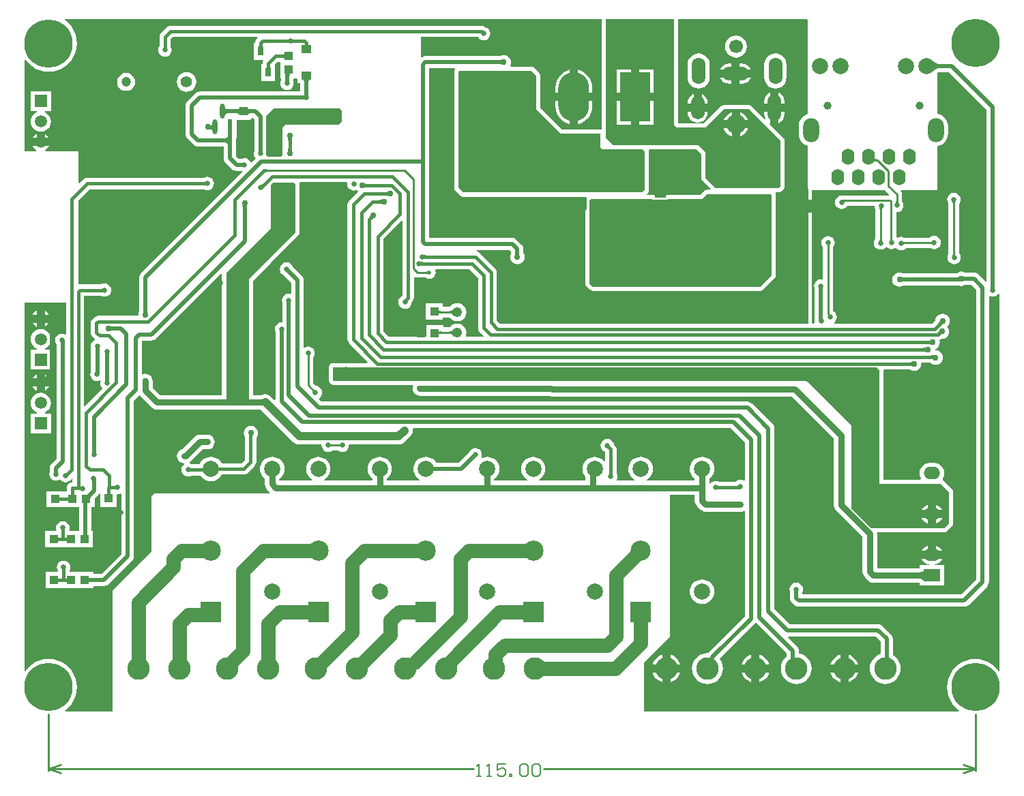
<source format=gbl>
G04*
G04 #@! TF.GenerationSoftware,Altium Limited,Altium Designer,20.2.6 (244)*
G04*
G04 Layer_Physical_Order=2*
G04 Layer_Color=16711680*
%FSLAX24Y24*%
%MOIN*%
G70*
G04*
G04 #@! TF.SameCoordinates,6B0B31F8-34BC-4807-AF79-D9433D138100*
G04*
G04*
G04 #@! TF.FilePolarity,Positive*
G04*
G01*
G75*
%ADD15C,0.0100*%
%ADD29R,0.0394X0.0433*%
%ADD32C,0.0394*%
%ADD34R,0.0433X0.0394*%
%ADD35R,0.0472X0.0394*%
%ADD44R,0.0591X0.0591*%
%ADD60R,0.1063X0.0630*%
%ADD100R,0.0984X0.0984*%
%ADD101C,0.0984*%
%ADD102C,0.0787*%
%ADD113C,0.0150*%
%ADD114C,0.0200*%
%ADD115C,0.0300*%
%ADD117C,0.0400*%
%ADD119C,0.0669*%
%ADD120O,0.1299X0.0669*%
%ADD121O,0.0669X0.1142*%
%ADD122O,0.0669X0.1299*%
%ADD123C,0.0945*%
%ADD124C,0.1100*%
%ADD125C,0.2362*%
%ADD126O,0.1500X0.2400*%
%ADD127R,0.1500X0.2400*%
%ADD128C,0.0480*%
%ADD129O,0.0630X0.0787*%
%ADD130O,0.0787X0.1181*%
%ADD131R,0.0800X0.0600*%
%ADD132O,0.0800X0.0600*%
%ADD133C,0.0591*%
%ADD134C,0.0250*%
%ADD135C,0.0200*%
%ADD136C,0.0300*%
%ADD137C,0.0551*%
%ADD138C,0.0472*%
%ADD139R,0.0276X0.0433*%
%ADD140R,0.0906X0.0984*%
G04:AMPARAMS|DCode=141|XSize=71.8mil|YSize=24.3mil|CornerRadius=12.2mil|HoleSize=0mil|Usage=FLASHONLY|Rotation=90.000|XOffset=0mil|YOffset=0mil|HoleType=Round|Shape=RoundedRectangle|*
%AMROUNDEDRECTD141*
21,1,0.0718,0.0000,0,0,90.0*
21,1,0.0475,0.0243,0,0,90.0*
1,1,0.0243,0.0000,0.0237*
1,1,0.0243,0.0000,-0.0237*
1,1,0.0243,0.0000,-0.0237*
1,1,0.0243,0.0000,0.0237*
%
%ADD141ROUNDEDRECTD141*%
%ADD142R,0.0243X0.0718*%
%ADD143R,0.0571X0.0807*%
%ADD144R,0.0709X0.0531*%
G04:AMPARAMS|DCode=145|XSize=52.8mil|YSize=129.5mil|CornerRadius=6.6mil|HoleSize=0mil|Usage=FLASHONLY|Rotation=90.000|XOffset=0mil|YOffset=0mil|HoleType=Round|Shape=RoundedRectangle|*
%AMROUNDEDRECTD145*
21,1,0.0528,0.1163,0,0,90.0*
21,1,0.0396,0.1295,0,0,90.0*
1,1,0.0132,0.0582,0.0198*
1,1,0.0132,0.0582,-0.0198*
1,1,0.0132,-0.0582,-0.0198*
1,1,0.0132,-0.0582,0.0198*
%
%ADD145ROUNDEDRECTD145*%
%ADD146C,0.0700*%
%ADD147C,0.0060*%
G36*
X28216Y28490D02*
X28177Y28458D01*
X28150Y28464D01*
X26284Y28464D01*
X25214Y29534D01*
Y31090D01*
X25198Y31168D01*
X25154Y31234D01*
X24904Y31484D01*
X24838Y31528D01*
X24760Y31544D01*
X23761Y31544D01*
X23734Y31594D01*
X23761Y31659D01*
X23773Y31750D01*
X23761Y31841D01*
X23726Y31927D01*
X23670Y32000D01*
X23597Y32056D01*
X23511Y32091D01*
X23420Y32103D01*
X23329Y32091D01*
X23243Y32056D01*
X23239Y32053D01*
X19587D01*
X19509Y32042D01*
X19436Y32012D01*
X19410Y31992D01*
X19405Y31993D01*
X19360Y32017D01*
X19360Y32983D01*
X22166D01*
X22208Y32928D01*
X22276Y32876D01*
X22355Y32843D01*
X22440Y32832D01*
X22525Y32843D01*
X22604Y32876D01*
X22672Y32928D01*
X22724Y32996D01*
X22757Y33075D01*
X22768Y33160D01*
X22757Y33245D01*
X22724Y33324D01*
X22672Y33392D01*
X22604Y33444D01*
X22525Y33477D01*
X22506Y33479D01*
X22479Y33500D01*
X22412Y33528D01*
X22340Y33537D01*
X7140D01*
X7068Y33528D01*
X7001Y33500D01*
X6944Y33456D01*
X6674Y33186D01*
X6630Y33129D01*
X6602Y33062D01*
X6593Y32990D01*
Y32532D01*
X6586Y32524D01*
X6553Y32445D01*
X6542Y32360D01*
X6553Y32275D01*
X6586Y32196D01*
X6638Y32128D01*
X6706Y32076D01*
X6785Y32043D01*
X6870Y32032D01*
X6955Y32043D01*
X7034Y32076D01*
X7102Y32128D01*
X7154Y32196D01*
X7187Y32275D01*
X7198Y32360D01*
X7187Y32445D01*
X7154Y32524D01*
X7147Y32532D01*
Y32875D01*
X7255Y32983D01*
X11365D01*
X11384Y32936D01*
X11344Y32896D01*
X11300Y32839D01*
X11272Y32772D01*
X11263Y32700D01*
Y32698D01*
X11202D01*
Y32511D01*
X11199Y32497D01*
X11202Y32484D01*
X11201Y32471D01*
X11202Y32468D01*
Y31865D01*
X11631D01*
X11662Y31815D01*
X11646Y31776D01*
X11637Y31704D01*
Y31675D01*
X11576D01*
Y31487D01*
X11574Y31474D01*
X11576Y31461D01*
X11575Y31448D01*
X11576Y31444D01*
Y30842D01*
X12252D01*
Y31444D01*
X12253Y31448D01*
X12252Y31461D01*
X12255Y31474D01*
X12252Y31487D01*
Y31650D01*
X12380Y31777D01*
X12513D01*
Y31638D01*
Y31184D01*
X12510Y31171D01*
X12511Y31170D01*
X12510Y31169D01*
X12513Y31156D01*
Y30969D01*
X12536D01*
X12536Y30969D01*
X12537Y30962D01*
Y30862D01*
X12513Y30805D01*
X12502Y30720D01*
X12513Y30635D01*
X12546Y30556D01*
X12598Y30488D01*
X12666Y30436D01*
X12745Y30403D01*
X12830Y30392D01*
X12915Y30403D01*
X12994Y30436D01*
X13062Y30488D01*
X13114Y30556D01*
X13147Y30635D01*
X13158Y30720D01*
X13147Y30805D01*
X13142Y30816D01*
Y30919D01*
X13188Y30969D01*
X13307D01*
X13344Y30937D01*
Y30713D01*
X13476D01*
X13476Y30709D01*
X13477Y30703D01*
Y30323D01*
X8567D01*
X8489Y30312D01*
X8416Y30282D01*
X8353Y30234D01*
X7956Y29837D01*
X7908Y29774D01*
X7878Y29701D01*
X7867Y29623D01*
Y28240D01*
X7878Y28162D01*
X7908Y28089D01*
X7956Y28026D01*
X8264Y27718D01*
X8264Y27718D01*
X8326Y27670D01*
X8399Y27640D01*
X8478Y27630D01*
X9733D01*
X9737Y27629D01*
X9744Y27628D01*
X9744Y27622D01*
X9745Y27618D01*
Y27052D01*
X9756Y26974D01*
X9786Y26901D01*
X9834Y26838D01*
X10146Y26526D01*
X10209Y26478D01*
X10282Y26448D01*
X10360Y26437D01*
X10619D01*
X10632Y26415D01*
X10634Y26382D01*
X5711Y21459D01*
X5663Y21396D01*
X5633Y21324D01*
X5623Y21245D01*
Y19614D01*
X5621Y19607D01*
X5621Y19592D01*
X5621Y19583D01*
X5619Y19581D01*
X5584Y19496D01*
X5572Y19405D01*
X5575Y19385D01*
X5542Y19347D01*
X3608D01*
X3536Y19338D01*
X3469Y19310D01*
X3412Y19266D01*
X3324Y19178D01*
X3280Y19121D01*
X3252Y19054D01*
X3243Y18982D01*
Y18540D01*
X3252Y18468D01*
X3280Y18401D01*
X3324Y18344D01*
X3438Y18230D01*
X3426Y18171D01*
X3396Y18159D01*
X3328Y18107D01*
X3276Y18039D01*
X3243Y17960D01*
X3232Y17875D01*
X3243Y17790D01*
X3257Y17756D01*
Y16622D01*
X3234Y16566D01*
X3223Y16481D01*
X3234Y16396D01*
X3267Y16317D01*
X3319Y16249D01*
X3387Y16197D01*
X3466Y16164D01*
X3551Y16153D01*
X3636Y16164D01*
X3687Y16186D01*
X3690Y16185D01*
X3727Y16148D01*
X3723Y16139D01*
X3712Y16054D01*
X3723Y15969D01*
X3756Y15890D01*
X3808Y15822D01*
X3810Y15792D01*
X2954Y14936D01*
X2907Y14955D01*
Y20333D01*
X3738D01*
X3746Y20326D01*
X3825Y20293D01*
X3910Y20282D01*
X3995Y20293D01*
X4074Y20326D01*
X4142Y20378D01*
X4194Y20446D01*
X4227Y20525D01*
X4238Y20610D01*
X4227Y20695D01*
X4194Y20774D01*
X4142Y20842D01*
X4074Y20894D01*
X3995Y20927D01*
X3910Y20938D01*
X3825Y20927D01*
X3746Y20894D01*
X3738Y20887D01*
X2718D01*
X2688Y20883D01*
X2650Y20916D01*
Y24998D01*
X3195Y25543D01*
X8768D01*
X8776Y25536D01*
X8855Y25503D01*
X8940Y25492D01*
X9025Y25503D01*
X9104Y25536D01*
X9172Y25588D01*
X9224Y25656D01*
X9257Y25735D01*
X9268Y25820D01*
X9257Y25905D01*
X9224Y25984D01*
X9172Y26052D01*
X9104Y26104D01*
X9025Y26137D01*
X8940Y26148D01*
X8855Y26137D01*
X8776Y26104D01*
X8768Y26097D01*
X3080D01*
X3008Y26088D01*
X2941Y26060D01*
X2884Y26016D01*
X2696Y25828D01*
X2650Y25848D01*
X2650Y27360D01*
X2650Y27390D01*
X2660Y27400D01*
X2660Y27410D01*
X2608Y27410D01*
X1032D01*
X1022Y27460D01*
X1025Y27461D01*
X1118Y27532D01*
X1189Y27625D01*
X1199Y27650D01*
X800D01*
X401D01*
X411Y27625D01*
X482Y27532D01*
X575Y27461D01*
X578Y27460D01*
X568Y27410D01*
X0D01*
Y31873D01*
X48Y31887D01*
X64Y31862D01*
X205Y31696D01*
X370Y31555D01*
X555Y31442D01*
X756Y31358D01*
X968Y31308D01*
X1184Y31291D01*
X1401Y31308D01*
X1612Y31358D01*
X1813Y31442D01*
X1999Y31555D01*
X2164Y31696D01*
X2305Y31862D01*
X2419Y32047D01*
X2502Y32248D01*
X2553Y32459D01*
X2570Y32676D01*
X2553Y32893D01*
X2502Y33104D01*
X2419Y33305D01*
X2305Y33490D01*
X2164Y33656D01*
X1999Y33797D01*
X1974Y33812D01*
X1988Y33860D01*
X28216D01*
X28216Y28490D01*
D02*
G37*
G36*
X13855Y32674D02*
X13859Y32613D01*
X13861Y32608D01*
X13862Y32606D01*
X13864Y32605D01*
X13696D01*
X13698Y32606D01*
X13699Y32608D01*
X13701Y32613D01*
X13702Y32618D01*
X13703Y32626D01*
X13704Y32647D01*
X13705Y32690D01*
X13855D01*
X13855Y32674D01*
D02*
G37*
G36*
X11616Y32619D02*
X11621Y32571D01*
X11625Y32551D01*
X11630Y32535D01*
X11637Y32521D01*
X11645Y32511D01*
X11654Y32503D01*
X11665Y32499D01*
X11677Y32497D01*
X11403D01*
X11415Y32499D01*
X11426Y32503D01*
X11435Y32511D01*
X11443Y32521D01*
X11450Y32535D01*
X11455Y32551D01*
X11459Y32571D01*
X11463Y32593D01*
X11464Y32619D01*
X11465Y32647D01*
X11615D01*
X11616Y32619D01*
D02*
G37*
G36*
X12714Y31905D02*
X12713Y31919D01*
X12708Y31932D01*
X12701Y31943D01*
X12690Y31953D01*
X12677Y31961D01*
X12660Y31968D01*
X12641Y31973D01*
X12618Y31977D01*
X12593Y31979D01*
X12564Y31980D01*
Y32130D01*
X12593Y32130D01*
X12618Y32133D01*
X12641Y32136D01*
X12660Y32142D01*
X12677Y32148D01*
X12690Y32157D01*
X12701Y32166D01*
X12708Y32178D01*
X12713Y32190D01*
X12714Y32205D01*
Y31905D01*
D02*
G37*
G36*
X11990Y31595D02*
X11995Y31547D01*
X11999Y31528D01*
X12004Y31511D01*
X12011Y31498D01*
X12019Y31487D01*
X12028Y31480D01*
X12039Y31475D01*
X12051Y31474D01*
X11777D01*
X11789Y31475D01*
X11800Y31480D01*
X11809Y31487D01*
X11817Y31498D01*
X11824Y31511D01*
X11829Y31528D01*
X11833Y31547D01*
X11837Y31570D01*
X11838Y31595D01*
X11839Y31624D01*
X11989D01*
X11990Y31595D01*
D02*
G37*
G36*
X44404Y31811D02*
X44438Y31782D01*
X44472Y31755D01*
X44506Y31732D01*
X44539Y31713D01*
X44573Y31697D01*
X44606Y31685D01*
X44639Y31676D01*
X44672Y31671D01*
X44705Y31669D01*
Y31469D01*
X44672Y31467D01*
X44639Y31462D01*
X44606Y31453D01*
X44573Y31441D01*
X44539Y31425D01*
X44506Y31406D01*
X44472Y31383D01*
X44438Y31357D01*
X44404Y31327D01*
X44369Y31294D01*
Y31845D01*
X44404Y31811D01*
D02*
G37*
G36*
X13021Y31169D02*
X13004Y31163D01*
X12989Y31153D01*
X12976Y31139D01*
X12965Y31121D01*
X12956Y31099D01*
X12949Y31072D01*
X12944Y31042D01*
X12941Y31008D01*
X12940Y30970D01*
X12740D01*
X12739Y31008D01*
X12730Y31138D01*
X12727Y31152D01*
X12723Y31162D01*
X12719Y31168D01*
X12714Y31170D01*
X13040Y31171D01*
X13021Y31169D01*
D02*
G37*
G36*
X13961Y30913D02*
X13944Y30907D01*
X13929Y30897D01*
X13916Y30883D01*
X13905Y30865D01*
X13896Y30843D01*
X13889Y30817D01*
X13884Y30786D01*
X13881Y30752D01*
X13880Y30714D01*
X13680D01*
X13679Y30752D01*
X13676Y30786D01*
X13671Y30817D01*
X13664Y30843D01*
X13655Y30865D01*
X13644Y30883D01*
X13631Y30897D01*
X13616Y30907D01*
X13599Y30913D01*
X13580Y30915D01*
X13980D01*
X13961Y30913D01*
D02*
G37*
G36*
X10908Y29540D02*
X10914Y29523D01*
X10924Y29508D01*
X10938Y29495D01*
X10956Y29484D01*
X10978Y29475D01*
X11004Y29468D01*
X11034Y29463D01*
X11068Y29460D01*
X11106Y29459D01*
Y29259D01*
X11068Y29258D01*
X11034Y29255D01*
X11004Y29250D01*
X10978Y29243D01*
X10956Y29234D01*
X10938Y29223D01*
X10924Y29210D01*
X10914Y29195D01*
X10908Y29178D01*
X10906Y29159D01*
Y29559D01*
X10908Y29540D01*
D02*
G37*
G36*
X10516Y29159D02*
X10514Y29178D01*
X10508Y29195D01*
X10497Y29210D01*
X10483Y29223D01*
X10465Y29234D01*
X10443Y29243D01*
X10417Y29250D01*
X10387Y29255D01*
X10353Y29258D01*
X10314Y29259D01*
Y29459D01*
X10353Y29460D01*
X10387Y29463D01*
X10417Y29468D01*
X10443Y29475D01*
X10465Y29484D01*
X10483Y29495D01*
X10497Y29508D01*
X10508Y29523D01*
X10514Y29540D01*
X10516Y29559D01*
Y29159D01*
D02*
G37*
G36*
X9796Y29540D02*
X9802Y29523D01*
X9812Y29508D01*
X9826Y29495D01*
X9845Y29484D01*
X9867Y29475D01*
X9893Y29468D01*
X9923Y29463D01*
X9957Y29460D01*
X9996Y29459D01*
Y29259D01*
X9957Y29258D01*
X9923Y29255D01*
X9893Y29250D01*
X9867Y29243D01*
X9845Y29234D01*
X9826Y29223D01*
X9812Y29210D01*
X9802Y29195D01*
X9796Y29178D01*
X9794Y29159D01*
Y29559D01*
X9796Y29540D01*
D02*
G37*
G36*
X38290Y33830D02*
Y31697D01*
X38287Y31686D01*
X38275Y31569D01*
X38287Y31453D01*
X38290Y31442D01*
Y29214D01*
X38202Y29187D01*
X38099Y29132D01*
X38009Y29058D01*
X37935Y28968D01*
X37880Y28864D01*
X37846Y28752D01*
X37834Y28636D01*
Y28242D01*
X37846Y28126D01*
X37880Y28014D01*
X37935Y27911D01*
X38009Y27821D01*
X38099Y27746D01*
X38202Y27691D01*
X38290Y27665D01*
Y25580D01*
X38325Y25545D01*
X38325Y18990D01*
X38280Y18977D01*
X23235D01*
X23082Y19130D01*
Y21467D01*
X23073Y21539D01*
X23045Y21606D01*
X23001Y21663D01*
X22228Y22436D01*
X22171Y22480D01*
X22104Y22508D01*
X22111Y22557D01*
X23715D01*
X23768Y22504D01*
Y22415D01*
X23767Y22408D01*
X23768Y22366D01*
X23749Y22321D01*
X23737Y22230D01*
X23749Y22139D01*
X23784Y22053D01*
X23840Y21980D01*
X23913Y21924D01*
X23999Y21889D01*
X24090Y21877D01*
X24181Y21889D01*
X24267Y21924D01*
X24340Y21980D01*
X24396Y22053D01*
X24431Y22139D01*
X24443Y22230D01*
X24431Y22321D01*
X24396Y22407D01*
X24375Y22433D01*
X24375Y22437D01*
X24375Y22447D01*
X24373Y22454D01*
Y22629D01*
X24363Y22707D01*
X24333Y22780D01*
X24285Y22843D01*
X24285Y22843D01*
X24054Y23074D01*
X23991Y23122D01*
X23918Y23152D01*
X23840Y23163D01*
X19773D01*
Y26880D01*
Y31447D01*
X21014D01*
X21041Y31397D01*
X21022Y31368D01*
X21006Y31290D01*
X21006Y25600D01*
X21006Y25600D01*
X21022Y25522D01*
X21066Y25456D01*
X21066Y25456D01*
X21286Y25236D01*
X21352Y25192D01*
X21430Y25176D01*
X27430Y25176D01*
X27454Y25126D01*
X27422Y25078D01*
X27406Y25000D01*
Y23100D01*
Y20930D01*
X27422Y20852D01*
X27466Y20786D01*
X27626Y20626D01*
X27692Y20582D01*
X27770Y20566D01*
X35950D01*
X35950Y20566D01*
X36028Y20582D01*
X36094Y20626D01*
X36654Y21186D01*
X36698Y21252D01*
X36714Y21330D01*
Y25260D01*
X36714Y25260D01*
X36699Y25336D01*
X36698Y25345D01*
X36724Y25386D01*
X36840D01*
X36918Y25402D01*
X36984Y25446D01*
X36984Y25446D01*
X37094Y25556D01*
X37138Y25622D01*
X37154Y25700D01*
Y27900D01*
X37138Y27978D01*
X37094Y28044D01*
X36406Y28733D01*
X36434Y28775D01*
X36443Y28771D01*
Y29328D01*
X36154D01*
Y29213D01*
X36171Y29087D01*
X36205Y29004D01*
X36163Y28976D01*
X35544Y29594D01*
X35478Y29638D01*
X35400Y29654D01*
X34160Y29654D01*
X34082Y29638D01*
X34016Y29594D01*
X34016Y29594D01*
X33176Y28754D01*
X32904Y28754D01*
X32900Y28804D01*
X32933Y28808D01*
X33020Y28820D01*
X33137Y28868D01*
X33239Y28946D01*
X33316Y29047D01*
X33365Y29165D01*
X33382Y29292D01*
Y29328D01*
X32893D01*
X32404D01*
Y29292D01*
X32421Y29165D01*
X32470Y29047D01*
X32547Y28946D01*
X32649Y28868D01*
X32766Y28820D01*
X32853Y28808D01*
X32886Y28804D01*
X32882Y28754D01*
X31974Y28754D01*
X31934Y28794D01*
X31934Y33860D01*
X38252D01*
X38290Y33830D01*
D02*
G37*
G36*
X9180Y28656D02*
X9200Y28655D01*
Y28505D01*
X9184Y28505D01*
X9180Y28504D01*
Y28430D01*
X9178Y28444D01*
X9174Y28457D01*
X9166Y28468D01*
X9156Y28478D01*
X9142Y28486D01*
X9125Y28493D01*
X9120Y28494D01*
X9119Y28494D01*
X9110Y28490D01*
X9101Y28486D01*
X9094Y28481D01*
X9087Y28475D01*
Y28501D01*
X9083Y28502D01*
X9057Y28504D01*
X9029Y28505D01*
Y28655D01*
X9057Y28656D01*
X9083Y28658D01*
X9087Y28659D01*
Y28685D01*
X9094Y28679D01*
X9101Y28674D01*
X9110Y28670D01*
X9119Y28666D01*
X9120Y28666D01*
X9125Y28667D01*
X9142Y28674D01*
X9156Y28682D01*
X9166Y28692D01*
X9174Y28703D01*
X9178Y28716D01*
X9180Y28730D01*
Y28656D01*
D02*
G37*
G36*
X13067Y28042D02*
X13062Y28035D01*
X13056Y28028D01*
X13052Y28019D01*
X13048Y28010D01*
X13045Y27999D01*
X13042Y27987D01*
X13040Y27974D01*
X13038Y27960D01*
X13037Y27929D01*
X12887Y27931D01*
X12887Y27947D01*
X12884Y27976D01*
X12882Y27989D01*
X12880Y28001D01*
X12876Y28012D01*
X12872Y28022D01*
X12868Y28030D01*
X12863Y28038D01*
X12857Y28044D01*
X13067Y28042D01*
D02*
G37*
G36*
X10165Y28240D02*
X10161Y28234D01*
X10158Y28224D01*
X10155Y28210D01*
X10153Y28192D01*
X10150Y28144D01*
X10148Y28042D01*
X10075D01*
X10148Y27932D01*
X9948Y27632D01*
X9946Y27670D01*
X9940Y27704D01*
X9930Y27734D01*
X9916Y27760D01*
X9898Y27782D01*
X9876Y27800D01*
X9850Y27814D01*
X9820Y27824D01*
X9786Y27830D01*
X9748Y27832D01*
Y28032D01*
X9786Y28034D01*
X9820Y28040D01*
X9850Y28050D01*
X9876Y28064D01*
X9898Y28082D01*
X9916Y28104D01*
X9930Y28130D01*
X9940Y28160D01*
X9942Y28170D01*
X9938Y28224D01*
X9935Y28234D01*
X9931Y28240D01*
X9928Y28242D01*
X10168D01*
X10165Y28240D01*
D02*
G37*
G36*
X13037Y27529D02*
X13037Y27513D01*
X13040Y27484D01*
X13042Y27471D01*
X13044Y27459D01*
X13047Y27448D01*
X13051Y27438D01*
X13056Y27430D01*
X13061Y27422D01*
X13066Y27416D01*
X12856Y27418D01*
X12862Y27425D01*
X12867Y27432D01*
X12872Y27441D01*
X12876Y27450D01*
X12879Y27461D01*
X12882Y27473D01*
X12884Y27486D01*
X12886Y27500D01*
X12887Y27531D01*
X13037Y27529D01*
D02*
G37*
G36*
X15520Y29400D02*
Y28850D01*
X15370Y28700D01*
X12740D01*
X12610Y28570D01*
Y27230D01*
X12520Y27140D01*
X11890D01*
X11800Y27230D01*
Y29140D01*
X12160Y29500D01*
X15420D01*
X15520Y29400D01*
D02*
G37*
G36*
X41544Y27060D02*
X41545Y27052D01*
X41548Y27044D01*
X41554Y27038D01*
X41562Y27032D01*
X41573Y27028D01*
X41587Y27024D01*
X41603Y27022D01*
X41622Y27020D01*
X41643Y27020D01*
X41612Y26920D01*
X41590Y26919D01*
X41551Y26915D01*
X41535Y26912D01*
X41521Y26907D01*
X41509Y26902D01*
X41498Y26896D01*
X41490Y26888D01*
X41484Y26880D01*
X41480Y26870D01*
X41546Y27070D01*
X41544Y27060D01*
D02*
G37*
G36*
X11227Y28969D02*
Y27409D01*
X11213Y27375D01*
X11202Y27290D01*
X11213Y27205D01*
X11246Y27126D01*
X11298Y27058D01*
X11299Y27047D01*
X11108Y26856D01*
X11049Y26868D01*
X11034Y26904D01*
X10982Y26972D01*
X10914Y27024D01*
X10835Y27057D01*
X10750Y27068D01*
X10665Y27057D01*
X10631Y27043D01*
X10485D01*
X10351Y27177D01*
Y27932D01*
Y28032D01*
X10352Y28038D01*
X10352Y28041D01*
X10370D01*
Y28228D01*
X10372Y28242D01*
X10371Y28250D01*
X10372Y28259D01*
X10370Y28266D01*
Y28943D01*
X11107D01*
Y29019D01*
X11157Y29039D01*
X11227Y28969D01*
D02*
G37*
G36*
X11836Y26514D02*
X11841Y26513D01*
X11860Y26512D01*
X11987Y26511D01*
Y26411D01*
X11834Y26408D01*
Y26514D01*
X11836Y26514D01*
D02*
G37*
G36*
X11706Y25660D02*
X11652Y25603D01*
X11559Y25751D01*
X11564Y25751D01*
X11569Y25752D01*
X11575Y25754D01*
X11581Y25756D01*
X11588Y25761D01*
X11596Y25766D01*
X11604Y25772D01*
X11622Y25788D01*
X11632Y25798D01*
X11706Y25660D01*
D02*
G37*
G36*
X16634Y25829D02*
X16641Y25824D01*
X16650Y25820D01*
X16659Y25816D01*
X16670Y25812D01*
X16682Y25810D01*
X16695Y25808D01*
X16709Y25806D01*
X16740Y25805D01*
Y25655D01*
X16724Y25655D01*
X16695Y25652D01*
X16682Y25650D01*
X16670Y25647D01*
X16659Y25644D01*
X16650Y25640D01*
X16641Y25636D01*
X16634Y25631D01*
X16627Y25625D01*
Y25835D01*
X16634Y25829D01*
D02*
G37*
G36*
X31730Y28710D02*
X31890Y28550D01*
X33260Y28550D01*
X34160Y29450D01*
X35400Y29450D01*
X36950Y27900D01*
Y25700D01*
X36840Y25590D01*
X33790D01*
X33270Y26110D01*
Y27350D01*
X32920Y27700D01*
X28760D01*
X28420Y28040D01*
X28420Y33860D01*
X31730Y33860D01*
X31730Y28710D01*
D02*
G37*
G36*
X25010Y31090D02*
Y29450D01*
X26200Y28260D01*
X28150Y28260D01*
X28150Y27580D01*
X28230Y27500D01*
X30220D01*
X30320Y27400D01*
Y25510D01*
X30190Y25380D01*
X21430Y25380D01*
X21210Y25600D01*
X21210Y31290D01*
X21260Y31340D01*
X24760Y31340D01*
X25010Y31090D01*
D02*
G37*
G36*
X33066Y27266D02*
Y26110D01*
X33082Y26032D01*
X33126Y25966D01*
X33531Y25560D01*
X33512Y25514D01*
X33360D01*
X33282Y25498D01*
X33216Y25454D01*
X33026Y25264D01*
X31455D01*
X31377Y25248D01*
X31368Y25242D01*
X30772D01*
X30763Y25248D01*
X30685Y25264D01*
X30428D01*
X30408Y25310D01*
X30464Y25366D01*
X30508Y25432D01*
X30524Y25510D01*
Y27400D01*
X30515Y27446D01*
X30552Y27496D01*
X32836D01*
X33066Y27266D01*
D02*
G37*
G36*
X17763Y25225D02*
X17756Y25231D01*
X17749Y25236D01*
X17740Y25240D01*
X17731Y25244D01*
X17720Y25247D01*
X17708Y25250D01*
X17695Y25252D01*
X17681Y25254D01*
X17650Y25255D01*
Y25405D01*
X17666Y25405D01*
X17695Y25408D01*
X17708Y25410D01*
X17720Y25412D01*
X17731Y25416D01*
X17740Y25420D01*
X17749Y25424D01*
X17756Y25429D01*
X17763Y25435D01*
Y25225D01*
D02*
G37*
G36*
X36510Y25260D02*
Y21330D01*
X35950Y20770D01*
X27770D01*
X27610Y20930D01*
Y23100D01*
Y25000D01*
X27670Y25060D01*
X30685D01*
Y25038D01*
X31455D01*
Y25060D01*
X33110D01*
X33360Y25310D01*
X36460D01*
X36510Y25260D01*
D02*
G37*
G36*
X40123Y24940D02*
X40110Y24940D01*
X40098Y24939D01*
X40088Y24937D01*
X40079Y24934D01*
X40072Y24931D01*
X40065Y24927D01*
X40061Y24922D01*
X40057Y24917D01*
X40055Y24910D01*
X40055Y24904D01*
X39948Y25024D01*
X40092Y25040D01*
X40123Y24940D01*
D02*
G37*
G36*
X42680Y24937D02*
X42681Y24925D01*
X42683Y24914D01*
X42686Y24903D01*
X42689Y24893D01*
X42694Y24883D01*
X42698Y24874D01*
X42704Y24865D01*
X42710Y24857D01*
X42717Y24849D01*
X42543D01*
X42550Y24857D01*
X42556Y24865D01*
X42562Y24874D01*
X42566Y24883D01*
X42571Y24893D01*
X42574Y24903D01*
X42577Y24914D01*
X42579Y24925D01*
X42580Y24937D01*
X42580Y24950D01*
X42680D01*
X42680Y24937D01*
D02*
G37*
G36*
X17463Y24835D02*
X17456Y24841D01*
X17449Y24846D01*
X17440Y24850D01*
X17431Y24854D01*
X17420Y24857D01*
X17408Y24860D01*
X17395Y24862D01*
X17381Y24864D01*
X17350Y24865D01*
Y25015D01*
X17366Y25015D01*
X17395Y25018D01*
X17408Y25020D01*
X17420Y25022D01*
X17431Y25026D01*
X17440Y25030D01*
X17449Y25034D01*
X17456Y25039D01*
X17463Y25045D01*
Y24835D01*
D02*
G37*
G36*
X10864Y24761D02*
X10863Y24758D01*
X10862Y24752D01*
X10861Y24737D01*
X10860Y24685D01*
X10860Y24668D01*
X10660D01*
X10655Y24763D01*
X10865D01*
X10864Y24761D01*
D02*
G37*
G36*
X41936Y24616D02*
X41928Y24609D01*
X41921Y24602D01*
X41915Y24594D01*
X41910Y24585D01*
X41905Y24576D01*
X41902Y24566D01*
X41899Y24556D01*
X41897Y24544D01*
X41895Y24533D01*
X41895Y24520D01*
X41795Y24533D01*
X41795Y24546D01*
X41794Y24558D01*
X41792Y24569D01*
X41790Y24580D01*
X41787Y24591D01*
X41783Y24601D01*
X41779Y24610D01*
X41774Y24620D01*
X41769Y24629D01*
X41762Y24637D01*
X41936Y24616D01*
D02*
G37*
G36*
X17048Y24110D02*
X17040Y24109D01*
X17031Y24108D01*
X17022Y24105D01*
X17012Y24101D01*
X17002Y24096D01*
X16992Y24089D01*
X16981Y24081D01*
X16970Y24073D01*
X16948Y24051D01*
X16841Y24158D01*
X16853Y24169D01*
X16872Y24191D01*
X16879Y24202D01*
X16886Y24212D01*
X16891Y24222D01*
X16895Y24232D01*
X16898Y24241D01*
X16899Y24250D01*
X16900Y24258D01*
X17048Y24110D01*
D02*
G37*
G36*
X42405Y23115D02*
X42407Y23103D01*
X42409Y23092D01*
X42412Y23082D01*
X42415Y23072D01*
X42420Y23063D01*
X42425Y23054D01*
X42432Y23046D01*
X42439Y23039D01*
X42447Y23033D01*
X42273Y23009D01*
X42279Y23017D01*
X42285Y23026D01*
X42289Y23035D01*
X42294Y23045D01*
X42297Y23055D01*
X42300Y23066D01*
X42302Y23077D01*
X42304Y23088D01*
X42305Y23100D01*
X42305Y23113D01*
X42405Y23128D01*
X42405Y23115D01*
D02*
G37*
G36*
X41895Y23092D02*
X41895Y23079D01*
X41896Y23067D01*
X41898Y23056D01*
X41900Y23045D01*
X41903Y23034D01*
X41907Y23024D01*
X41911Y23015D01*
X41916Y23005D01*
X41921Y22996D01*
X41928Y22988D01*
X41754Y23009D01*
X41762Y23016D01*
X41769Y23023D01*
X41775Y23031D01*
X41780Y23040D01*
X41785Y23049D01*
X41788Y23059D01*
X41791Y23069D01*
X41793Y23081D01*
X41795Y23092D01*
X41795Y23105D01*
X41895Y23092D01*
D02*
G37*
G36*
X44380Y22834D02*
X44371Y22839D01*
X44362Y22844D01*
X44353Y22849D01*
X44343Y22852D01*
X44333Y22856D01*
X44322Y22858D01*
X44311Y22860D01*
X44299Y22862D01*
X44287Y22863D01*
X44275Y22863D01*
X44254Y22963D01*
X44267Y22963D01*
X44279Y22965D01*
X44290Y22967D01*
X44300Y22970D01*
X44310Y22974D01*
X44319Y22978D01*
X44327Y22984D01*
X44335Y22990D01*
X44341Y22998D01*
X44348Y23006D01*
X44380Y22834D01*
D02*
G37*
G36*
X42910Y22987D02*
X42919Y22982D01*
X42929Y22977D01*
X42939Y22974D01*
X42949Y22970D01*
X42960Y22968D01*
X42971Y22966D01*
X42982Y22964D01*
X42994Y22963D01*
X43006Y22963D01*
X43027Y22863D01*
X43014Y22863D01*
X43003Y22861D01*
X42992Y22859D01*
X42981Y22856D01*
X42971Y22852D01*
X42962Y22848D01*
X42954Y22842D01*
X42947Y22836D01*
X42940Y22829D01*
X42934Y22820D01*
X42902Y22992D01*
X42910Y22987D01*
D02*
G37*
G36*
X47017Y29425D02*
Y21046D01*
X46971Y21027D01*
X46624Y21374D01*
X46561Y21422D01*
X46488Y21452D01*
X46410Y21463D01*
X45961D01*
X45957Y21466D01*
X45871Y21501D01*
X45780Y21513D01*
X45689Y21501D01*
X45603Y21466D01*
X45577Y21445D01*
X45573Y21445D01*
X45563Y21445D01*
X45556Y21444D01*
X42948D01*
X42941Y21445D01*
X42899Y21444D01*
X42853Y21463D01*
X42762Y21475D01*
X42671Y21463D01*
X42586Y21428D01*
X42512Y21372D01*
X42456Y21299D01*
X42421Y21213D01*
X42409Y21122D01*
X42421Y21031D01*
X42456Y20946D01*
X42512Y20872D01*
X42586Y20816D01*
X42671Y20781D01*
X42762Y20769D01*
X42853Y20781D01*
X42939Y20816D01*
X42965Y20837D01*
X42969Y20837D01*
X42979Y20837D01*
X42986Y20838D01*
X45594D01*
X45602Y20837D01*
X45643Y20838D01*
X45689Y20819D01*
X45780Y20807D01*
X45871Y20819D01*
X45957Y20854D01*
X45961Y20857D01*
X46285D01*
X46522Y20620D01*
Y6450D01*
X45795Y5723D01*
X38013D01*
Y5851D01*
X38027Y5885D01*
X38038Y5970D01*
X38027Y6055D01*
X37994Y6134D01*
X37942Y6202D01*
X37874Y6254D01*
X37795Y6287D01*
X37710Y6298D01*
X37625Y6287D01*
X37546Y6254D01*
X37478Y6202D01*
X37426Y6134D01*
X37393Y6055D01*
X37382Y5970D01*
X37393Y5885D01*
X37407Y5851D01*
Y5537D01*
X37418Y5459D01*
X37448Y5386D01*
X37496Y5323D01*
X37613Y5206D01*
X37613Y5206D01*
X37676Y5158D01*
X37749Y5128D01*
X37827Y5117D01*
X45920D01*
X45998Y5128D01*
X46071Y5158D01*
X46134Y5206D01*
X47039Y6111D01*
X47087Y6174D01*
X47117Y6247D01*
X47128Y6325D01*
Y20289D01*
X47178Y20317D01*
X47235Y20293D01*
X47320Y20282D01*
X47405Y20293D01*
X47484Y20326D01*
X47552Y20378D01*
X47590Y20428D01*
X47640Y20411D01*
Y1990D01*
X47592Y1976D01*
X47581Y1994D01*
X47440Y2160D01*
X47274Y2301D01*
X47089Y2414D01*
X46888Y2498D01*
X46677Y2548D01*
X46460Y2565D01*
X46243Y2548D01*
X46032Y2498D01*
X45831Y2414D01*
X45646Y2301D01*
X45480Y2160D01*
X45339Y1994D01*
X45226Y1809D01*
X45142Y1608D01*
X45092Y1397D01*
X45075Y1180D01*
X45092Y963D01*
X45142Y752D01*
X45226Y551D01*
X45339Y366D01*
X45480Y200D01*
X45646Y59D01*
X45664Y48D01*
X45650Y0D01*
X30270D01*
Y2370D01*
X31550Y3650D01*
Y10587D01*
X32757D01*
Y10296D01*
X32769Y10204D01*
X32804Y10119D01*
X32860Y10046D01*
X33036Y9870D01*
X33109Y9814D01*
X33194Y9779D01*
X33286Y9767D01*
X34985D01*
X35076Y9779D01*
X35147Y9808D01*
X35197Y9785D01*
Y4655D01*
X33409Y2867D01*
X33397Y2851D01*
X33373Y2854D01*
X33226Y2839D01*
X33085Y2796D01*
X32955Y2727D01*
X32840Y2633D01*
X32747Y2519D01*
X32677Y2388D01*
X32634Y2247D01*
X32620Y2100D01*
X32634Y1953D01*
X32677Y1812D01*
X32747Y1681D01*
X32840Y1567D01*
X32955Y1473D01*
X33085Y1404D01*
X33226Y1361D01*
X33373Y1346D01*
X33520Y1361D01*
X33662Y1404D01*
X33792Y1473D01*
X33906Y1567D01*
X34000Y1681D01*
X34070Y1812D01*
X34112Y1953D01*
X34127Y2100D01*
X34112Y2247D01*
X34070Y2388D01*
X34000Y2519D01*
X33962Y2564D01*
X35714Y4316D01*
X35763Y4319D01*
X37242Y2840D01*
Y2681D01*
X37184Y2633D01*
X37090Y2519D01*
X37020Y2388D01*
X36978Y2247D01*
X36963Y2100D01*
X36978Y1953D01*
X37020Y1812D01*
X37090Y1681D01*
X37184Y1567D01*
X37298Y1473D01*
X37428Y1404D01*
X37570Y1361D01*
X37717Y1346D01*
X37864Y1361D01*
X38005Y1404D01*
X38135Y1473D01*
X38250Y1567D01*
X38343Y1681D01*
X38413Y1812D01*
X38456Y1953D01*
X38470Y2100D01*
X38456Y2247D01*
X38413Y2388D01*
X38343Y2519D01*
X38250Y2633D01*
X38135Y2727D01*
X38005Y2796D01*
X37864Y2839D01*
X37847Y2841D01*
Y2966D01*
X37837Y3044D01*
X37807Y3117D01*
X37758Y3180D01*
X37758Y3180D01*
X37317Y3621D01*
X37336Y3667D01*
X41585D01*
X41827Y3425D01*
Y2813D01*
X41772Y2796D01*
X41641Y2727D01*
X41527Y2633D01*
X41433Y2519D01*
X41364Y2388D01*
X41321Y2247D01*
X41306Y2100D01*
X41321Y1953D01*
X41364Y1812D01*
X41433Y1681D01*
X41527Y1567D01*
X41641Y1473D01*
X41772Y1404D01*
X41913Y1361D01*
X42060Y1346D01*
X42207Y1361D01*
X42348Y1404D01*
X42479Y1473D01*
X42593Y1567D01*
X42687Y1681D01*
X42756Y1812D01*
X42799Y1953D01*
X42814Y2100D01*
X42799Y2247D01*
X42756Y2388D01*
X42687Y2519D01*
X42593Y2633D01*
X42479Y2727D01*
X42433Y2751D01*
Y3550D01*
X42433Y3550D01*
X42422Y3628D01*
X42392Y3701D01*
X42344Y3764D01*
X41924Y4184D01*
X41861Y4232D01*
X41788Y4262D01*
X41710Y4273D01*
X37395D01*
X36653Y5015D01*
Y13840D01*
X36653Y13840D01*
X36642Y13918D01*
X36612Y13991D01*
X36564Y14054D01*
X35554Y15064D01*
X35491Y15112D01*
X35418Y15142D01*
X35340Y15153D01*
X14515D01*
X14396Y15272D01*
X14406Y15333D01*
X14452Y15368D01*
X14504Y15436D01*
X14537Y15515D01*
X14548Y15600D01*
X14537Y15685D01*
X14504Y15764D01*
X14452Y15832D01*
X14384Y15884D01*
X14305Y15917D01*
X14258Y15923D01*
X14115Y16066D01*
Y17318D01*
X14144Y17356D01*
X14177Y17435D01*
X14188Y17520D01*
X14177Y17605D01*
X14144Y17684D01*
X14092Y17752D01*
X14024Y17804D01*
X13945Y17837D01*
X13860Y17848D01*
X13775Y17837D01*
X13696Y17804D01*
X13687Y17797D01*
X13643Y17819D01*
Y21100D01*
X13632Y21178D01*
X13602Y21251D01*
X13554Y21314D01*
X13107Y21761D01*
X13093Y21795D01*
X13041Y21863D01*
X12973Y21915D01*
X12894Y21948D01*
X12809Y21959D01*
X12724Y21948D01*
X12645Y21915D01*
X12577Y21863D01*
X12525Y21795D01*
X12492Y21716D01*
X12481Y21631D01*
X12492Y21546D01*
X12525Y21467D01*
X12577Y21399D01*
X12645Y21347D01*
X12679Y21333D01*
X13037Y20975D01*
Y20444D01*
X13011Y20426D01*
X12987Y20418D01*
X12910Y20428D01*
X12825Y20417D01*
X12746Y20384D01*
X12678Y20332D01*
X12626Y20264D01*
X12593Y20185D01*
X12582Y20100D01*
X12593Y20015D01*
X12607Y19981D01*
Y19071D01*
X12570Y19038D01*
X12485Y19027D01*
X12406Y18994D01*
X12338Y18942D01*
X12286Y18874D01*
X12253Y18795D01*
X12242Y18710D01*
X12253Y18625D01*
X12267Y18591D01*
Y15248D01*
X12221Y15229D01*
X12045Y15405D01*
X11962Y15469D01*
X11864Y15510D01*
X11760Y15523D01*
X11656Y15510D01*
X11567Y15473D01*
X11174D01*
X11174Y21076D01*
X12044Y21946D01*
X13384Y23286D01*
X13428Y23352D01*
X13444Y23430D01*
Y25790D01*
X13433Y25843D01*
X13468Y25893D01*
X15735D01*
X15778Y25843D01*
X15772Y25800D01*
X15783Y25715D01*
X15816Y25636D01*
X15868Y25568D01*
X15936Y25516D01*
X16015Y25483D01*
X16100Y25472D01*
X16185Y25483D01*
X16248Y25510D01*
X16270Y25480D01*
X16290Y25465D01*
X16293Y25415D01*
X15871Y24994D01*
X15827Y24936D01*
X15800Y24869D01*
X15790Y24798D01*
Y18188D01*
X15800Y18116D01*
X15827Y18049D01*
X15871Y17991D01*
X16773Y17090D01*
X16754Y17044D01*
X15080D01*
X15002Y17028D01*
X14936Y16984D01*
X14936Y16984D01*
X14892Y16918D01*
X14876Y16840D01*
X14876Y16170D01*
X14892Y16092D01*
X14936Y16026D01*
X14936Y16026D01*
X15002Y15982D01*
X15080Y15966D01*
X18969Y15966D01*
X18997Y15925D01*
X18979Y15881D01*
X18967Y15790D01*
X18979Y15699D01*
X19014Y15613D01*
X19070Y15540D01*
X19143Y15484D01*
X19229Y15449D01*
X19320Y15437D01*
X25645D01*
X25689Y15419D01*
X25780Y15407D01*
X37494D01*
X39557Y13344D01*
Y10080D01*
X39569Y9989D01*
X39604Y9903D01*
X39660Y9830D01*
X40957Y8534D01*
Y6826D01*
X40969Y6734D01*
X41004Y6649D01*
X41060Y6576D01*
X41236Y6400D01*
X41309Y6344D01*
X41394Y6309D01*
X41486Y6297D01*
X43632D01*
X43636Y6296D01*
X43687Y6295D01*
X43724Y6292D01*
X43740Y6289D01*
Y6150D01*
X43928D01*
X43941Y6147D01*
X43952Y6149D01*
X43963Y6148D01*
X43968Y6150D01*
X44940D01*
Y7150D01*
X44473D01*
X44469Y7200D01*
X44557Y7212D01*
X44667Y7257D01*
X44761Y7329D01*
X44833Y7423D01*
X44844Y7450D01*
X44340D01*
X43836D01*
X43847Y7423D01*
X43919Y7329D01*
X44013Y7257D01*
X44123Y7212D01*
X44211Y7200D01*
X44207Y7150D01*
X43968D01*
X43963Y7152D01*
X43952Y7151D01*
X43941Y7153D01*
X43928Y7150D01*
X43740D01*
Y7011D01*
X43724Y7008D01*
X43687Y7005D01*
X43636Y7004D01*
X43632Y7003D01*
X41663D01*
Y8680D01*
X41658Y8718D01*
X41691Y8756D01*
X44930Y8756D01*
X45008Y8772D01*
X45074Y8816D01*
X45324Y9066D01*
X45368Y9132D01*
X45384Y9210D01*
Y10740D01*
X45368Y10818D01*
X45324Y10884D01*
X44924Y11284D01*
X44877Y11316D01*
X44859Y11375D01*
X44877Y11398D01*
X44927Y11519D01*
X44944Y11650D01*
X44927Y11781D01*
X44877Y11902D01*
X44797Y12007D01*
X44692Y12087D01*
X44571Y12137D01*
X44440Y12154D01*
X44240D01*
X44109Y12137D01*
X43988Y12087D01*
X43883Y12007D01*
X43803Y11902D01*
X43753Y11781D01*
X43736Y11650D01*
X43753Y11519D01*
X43803Y11398D01*
X43810Y11389D01*
X43788Y11344D01*
X41964D01*
X41964Y16673D01*
X41968Y16684D01*
X42006Y16723D01*
X43236D01*
X43242Y16721D01*
X43259Y16721D01*
X43293Y16694D01*
X43379Y16659D01*
X43470Y16647D01*
X43561Y16659D01*
X43647Y16694D01*
X43720Y16750D01*
X43776Y16823D01*
X43811Y16909D01*
X43823Y17000D01*
X43820Y17025D01*
X43853Y17063D01*
X44269D01*
X44270Y17060D01*
X44343Y17004D01*
X44429Y16969D01*
X44520Y16957D01*
X44611Y16969D01*
X44697Y17004D01*
X44770Y17060D01*
X44826Y17133D01*
X44861Y17219D01*
X44873Y17310D01*
X44861Y17401D01*
X44826Y17487D01*
X44770Y17560D01*
X44697Y17616D01*
X44611Y17651D01*
X44556Y17658D01*
X44517Y17709D01*
X44517Y17712D01*
X44521Y17729D01*
X44557Y17744D01*
X44630Y17800D01*
X44686Y17873D01*
X44721Y17959D01*
X44733Y18050D01*
X44724Y18122D01*
X44721Y18172D01*
X44788Y18200D01*
X44806Y18214D01*
X44817Y18219D01*
X44826Y18227D01*
X44830Y18227D01*
X44921Y18239D01*
X45007Y18274D01*
X45080Y18330D01*
X45136Y18403D01*
X45171Y18489D01*
X45183Y18580D01*
X45171Y18671D01*
X45136Y18757D01*
X45081Y18828D01*
X45110Y18850D01*
X45166Y18923D01*
X45201Y19009D01*
X45213Y19100D01*
X45201Y19191D01*
X45166Y19277D01*
X45110Y19350D01*
X45037Y19406D01*
X44951Y19441D01*
X44860Y19453D01*
X44769Y19441D01*
X44683Y19406D01*
X44610Y19350D01*
X44554Y19277D01*
X44519Y19191D01*
X44513Y19148D01*
X44511Y19146D01*
X44505Y19139D01*
X44501Y19133D01*
X44345Y18977D01*
X39579D01*
X39562Y19027D01*
X39602Y19058D01*
X39654Y19126D01*
X39687Y19205D01*
X39698Y19290D01*
X39687Y19375D01*
X39654Y19454D01*
X39602Y19522D01*
X39534Y19574D01*
X39525Y19578D01*
Y22718D01*
X39554Y22756D01*
X39587Y22835D01*
X39598Y22920D01*
X39587Y23005D01*
X39554Y23084D01*
X39502Y23152D01*
X39434Y23204D01*
X39355Y23237D01*
X39270Y23248D01*
X39185Y23237D01*
X39106Y23204D01*
X39038Y23152D01*
X38986Y23084D01*
X38953Y23005D01*
X38942Y22920D01*
X38953Y22835D01*
X38986Y22756D01*
X39015Y22718D01*
Y21158D01*
X38965Y21121D01*
X38910Y21128D01*
X38825Y21117D01*
X38746Y21084D01*
X38678Y21032D01*
X38626Y20964D01*
X38593Y20885D01*
X38582Y20800D01*
X38593Y20715D01*
X38617Y20657D01*
Y19175D01*
X38613Y19165D01*
X38602Y19080D01*
X38609Y19027D01*
X38570Y18977D01*
X38538D01*
X38490Y18987D01*
Y25510D01*
X42040D01*
X42255Y25295D01*
X42234Y25245D01*
X39989D01*
X39891Y25226D01*
X39886Y25222D01*
X39845Y25217D01*
X39766Y25184D01*
X39698Y25132D01*
X39646Y25064D01*
X39613Y24985D01*
X39602Y24900D01*
X39613Y24815D01*
X39646Y24736D01*
X39698Y24668D01*
X39766Y24616D01*
X39845Y24583D01*
X39930Y24572D01*
X40015Y24583D01*
X40094Y24616D01*
X40162Y24668D01*
X40213Y24735D01*
X41515D01*
X41532Y24715D01*
X41543Y24630D01*
X41576Y24551D01*
X41590Y24533D01*
Y23131D01*
X41546Y23074D01*
X41513Y22995D01*
X41502Y22910D01*
X41513Y22825D01*
X41546Y22746D01*
X41598Y22678D01*
X41666Y22626D01*
X41745Y22593D01*
X41830Y22582D01*
X41915Y22593D01*
X41994Y22626D01*
X42062Y22678D01*
X42085Y22708D01*
X42129D01*
X42141Y22700D01*
X42208Y22648D01*
X42287Y22616D01*
X42372Y22604D01*
X42457Y22616D01*
X42536Y22648D01*
X42580Y22682D01*
X42598Y22658D01*
X42666Y22606D01*
X42745Y22573D01*
X42830Y22562D01*
X42915Y22573D01*
X42994Y22606D01*
X43062Y22658D01*
X44280D01*
X44288Y22652D01*
X44367Y22619D01*
X44451Y22608D01*
X44536Y22619D01*
X44615Y22652D01*
X44683Y22704D01*
X44735Y22772D01*
X44768Y22851D01*
X44779Y22936D01*
X44768Y23021D01*
X44735Y23100D01*
X44683Y23168D01*
X44615Y23220D01*
X44536Y23253D01*
X44451Y23264D01*
X44367Y23253D01*
X44288Y23220D01*
X44220Y23168D01*
X43002D01*
X42994Y23174D01*
X42915Y23207D01*
X42830Y23218D01*
X42745Y23207D01*
X42666Y23174D01*
X42660Y23169D01*
X42610Y23194D01*
Y24415D01*
X42630Y24432D01*
X42715Y24443D01*
X42794Y24476D01*
X42862Y24528D01*
X42914Y24596D01*
X42947Y24675D01*
X42958Y24760D01*
X42947Y24845D01*
X42914Y24924D01*
X42885Y24962D01*
Y25280D01*
X42866Y25378D01*
X42810Y25460D01*
X42807Y25464D01*
X42826Y25510D01*
X44620D01*
Y27655D01*
X44646Y27657D01*
X44758Y27691D01*
X44861Y27746D01*
X44951Y27821D01*
X45025Y27911D01*
X45080Y28014D01*
X45114Y28126D01*
X45126Y28242D01*
Y28636D01*
X45114Y28752D01*
X45080Y28864D01*
X45025Y28968D01*
X44951Y29058D01*
X44861Y29132D01*
X44758Y29187D01*
X44646Y29221D01*
X44620Y29224D01*
Y31236D01*
X44634Y31244D01*
X44652Y31253D01*
X44668Y31259D01*
X44682Y31262D01*
X44694Y31264D01*
X44716Y31266D01*
X44720Y31267D01*
X45176D01*
X47017Y29425D01*
D02*
G37*
G36*
X24171Y22429D02*
X24176Y22361D01*
X24177Y22356D01*
X24179Y22352D01*
X24180Y22350D01*
X23972Y22323D01*
X23971Y22411D01*
X24171Y22446D01*
X24171Y22429D01*
D02*
G37*
G36*
X19522Y22325D02*
X19527Y22323D01*
X19532Y22321D01*
X19539Y22320D01*
X19547Y22318D01*
X19566Y22316D01*
X19591Y22315D01*
X19605Y22315D01*
Y22165D01*
X19591Y22165D01*
X19547Y22162D01*
X19539Y22160D01*
X19532Y22159D01*
X19527Y22157D01*
X19522Y22155D01*
X19519Y22153D01*
Y22327D01*
X19522Y22325D01*
D02*
G37*
G36*
X19377Y21995D02*
X19382Y21993D01*
X19387Y21991D01*
X19394Y21990D01*
X19402Y21988D01*
X19421Y21986D01*
X19446Y21985D01*
X19460Y21985D01*
Y21835D01*
X19446Y21835D01*
X19402Y21832D01*
X19394Y21830D01*
X19387Y21829D01*
X19382Y21827D01*
X19377Y21825D01*
X19374Y21823D01*
Y21997D01*
X19377Y21995D01*
D02*
G37*
G36*
X19712Y21398D02*
X19708Y21402D01*
X19703Y21406D01*
X19698Y21409D01*
X19691Y21412D01*
X19684Y21414D01*
X19677Y21416D01*
X19668Y21418D01*
X19659Y21419D01*
X19649Y21420D01*
X19638Y21420D01*
X19650Y21520D01*
X19660Y21520D01*
X19680Y21522D01*
X19689Y21523D01*
X19697Y21524D01*
X19704Y21526D01*
X19710Y21528D01*
X19716Y21531D01*
X19721Y21534D01*
X19726Y21537D01*
X19712Y21398D01*
D02*
G37*
G36*
X45687Y21042D02*
X45599Y21041D01*
X45564Y21241D01*
X45581Y21241D01*
X45649Y21246D01*
X45654Y21247D01*
X45658Y21249D01*
X45660Y21251D01*
X45687Y21042D01*
D02*
G37*
G36*
X42978Y21041D02*
X42961Y21041D01*
X42893Y21036D01*
X42888Y21035D01*
X42884Y21033D01*
X42882Y21031D01*
X42855Y21240D01*
X42944Y21241D01*
X42978Y21041D01*
D02*
G37*
G36*
X6030Y19512D02*
X5820D01*
X5821Y19514D01*
X5822Y19517D01*
X5823Y19523D01*
X5824Y19538D01*
X5825Y19590D01*
X5825Y19607D01*
X6025D01*
X6030Y19512D01*
D02*
G37*
G36*
X44858Y18950D02*
X44850Y18950D01*
X44841Y18948D01*
X44832Y18945D01*
X44822Y18941D01*
X44812Y18936D01*
X44802Y18929D01*
X44791Y18922D01*
X44780Y18913D01*
X44758Y18891D01*
X44651Y18998D01*
X44663Y19009D01*
X44682Y19031D01*
X44689Y19042D01*
X44696Y19052D01*
X44701Y19062D01*
X44705Y19072D01*
X44708Y19081D01*
X44710Y19090D01*
X44710Y19099D01*
X44858Y18950D01*
D02*
G37*
G36*
X4229Y18844D02*
X4232Y18843D01*
X4238Y18842D01*
X4253Y18841D01*
X4305Y18840D01*
X4322Y18840D01*
Y18640D01*
X4227Y18635D01*
Y18845D01*
X4229Y18844D01*
D02*
G37*
G36*
X2033Y18470D02*
X1983Y18443D01*
X1925Y18467D01*
X1840Y18478D01*
X1755Y18467D01*
X1676Y18434D01*
X1608Y18382D01*
X1556Y18314D01*
X1523Y18235D01*
X1512Y18150D01*
X1523Y18065D01*
X1556Y17986D01*
X1567Y17971D01*
Y12354D01*
X1336Y12123D01*
X1288Y12060D01*
X1258Y11987D01*
X1247Y11909D01*
Y11729D01*
X1233Y11695D01*
X1222Y11610D01*
X1233Y11525D01*
X1266Y11446D01*
X1318Y11378D01*
X1386Y11326D01*
X1465Y11293D01*
X1550Y11282D01*
X1635Y11293D01*
X1714Y11326D01*
X1746Y11351D01*
X1778Y11308D01*
X1846Y11256D01*
X1925Y11223D01*
X2010Y11212D01*
X2095Y11223D01*
X2174Y11256D01*
X2242Y11308D01*
X2294Y11376D01*
X2303Y11397D01*
X2353Y11387D01*
Y11207D01*
X2340D01*
X2268Y11198D01*
X2201Y11170D01*
X2144Y11126D01*
X2100Y11069D01*
X2072Y11002D01*
X2063Y10930D01*
Y10777D01*
X1923D01*
Y10777D01*
X1917D01*
Y10777D01*
X1083D01*
Y9983D01*
X1917D01*
Y9983D01*
X1923D01*
Y9983D01*
X2672D01*
Y8827D01*
X2208D01*
X2181Y8868D01*
X2192Y8895D01*
X2203Y8980D01*
X2192Y9065D01*
X2159Y9144D01*
X2107Y9212D01*
X2039Y9264D01*
X1960Y9297D01*
X1875Y9308D01*
X1790Y9297D01*
X1711Y9264D01*
X1643Y9212D01*
X1591Y9144D01*
X1558Y9065D01*
X1547Y8980D01*
X1558Y8895D01*
X1566Y8877D01*
X1533Y8827D01*
X1018D01*
Y8033D01*
X1851D01*
Y8033D01*
X1854D01*
Y8033D01*
X3357D01*
Y8827D01*
X3277D01*
Y9983D01*
X3426D01*
Y10408D01*
X3614Y10596D01*
X3614Y10596D01*
X3662Y10659D01*
X3663Y10661D01*
X3713Y10651D01*
Y9998D01*
X4507D01*
Y10600D01*
X4544Y10633D01*
X4550Y10632D01*
X4635Y10643D01*
X4682Y10663D01*
X4732Y10630D01*
Y7710D01*
X3765Y6743D01*
X3371D01*
Y6837D01*
X2209D01*
X2194Y6886D01*
X2227Y6965D01*
X2238Y7050D01*
X2227Y7135D01*
X2194Y7214D01*
X2142Y7282D01*
X2074Y7334D01*
X1995Y7367D01*
X1910Y7378D01*
X1825Y7367D01*
X1746Y7334D01*
X1678Y7282D01*
X1626Y7214D01*
X1593Y7135D01*
X1582Y7050D01*
X1593Y6965D01*
X1626Y6886D01*
X1611Y6837D01*
X1028D01*
Y6043D01*
X1861D01*
Y6043D01*
X1869D01*
Y6043D01*
X3371D01*
Y6137D01*
X3890D01*
X3968Y6148D01*
X4041Y6178D01*
X4104Y6226D01*
X5249Y7371D01*
X5249Y7371D01*
X5297Y7434D01*
X5327Y7507D01*
X5338Y7585D01*
X5338Y7585D01*
Y15190D01*
X5598Y15450D01*
X5648Y15447D01*
X5660Y15430D01*
X6220Y14870D01*
X6293Y14814D01*
X6379Y14779D01*
X6470Y14767D01*
X6470Y14767D01*
X11542D01*
X13145Y13165D01*
X13145Y13165D01*
X13228Y13101D01*
X13326Y13060D01*
X13430Y13047D01*
X13430Y13047D01*
X14499D01*
X14522Y13020D01*
X14533Y12935D01*
X14566Y12856D01*
X14618Y12788D01*
X14686Y12736D01*
X14765Y12703D01*
X14850Y12692D01*
X14935Y12703D01*
X15014Y12736D01*
X15055Y12768D01*
X15332D01*
X15366Y12741D01*
X15445Y12708D01*
X15530Y12697D01*
X15615Y12708D01*
X15694Y12741D01*
X15762Y12793D01*
X15814Y12861D01*
X15847Y12940D01*
X15858Y13025D01*
X15877Y13047D01*
X18280D01*
X18280Y13047D01*
X18384Y13060D01*
X18482Y13101D01*
X18565Y13165D01*
X18855Y13455D01*
X18919Y13538D01*
X18960Y13636D01*
X18973Y13740D01*
X18966Y13797D01*
X19010Y13847D01*
X34525D01*
X35197Y13175D01*
Y11303D01*
X35153Y11281D01*
X35149Y11284D01*
X35070Y11317D01*
X34985Y11328D01*
X34900Y11317D01*
X34821Y11284D01*
X34753Y11232D01*
X34750Y11227D01*
X33952D01*
X33944Y11234D01*
X33865Y11267D01*
X33780Y11278D01*
X33695Y11267D01*
X33616Y11234D01*
X33548Y11182D01*
X33513Y11136D01*
X33463Y11153D01*
Y11382D01*
X33532Y11438D01*
X33606Y11529D01*
X33661Y11632D01*
X33695Y11744D01*
X33707Y11860D01*
X33695Y11976D01*
X33661Y12088D01*
X33606Y12191D01*
X33532Y12282D01*
X33441Y12356D01*
X33338Y12411D01*
X33226Y12445D01*
X33110Y12457D01*
X32994Y12445D01*
X32882Y12411D01*
X32779Y12356D01*
X32688Y12282D01*
X32614Y12191D01*
X32559Y12088D01*
X32525Y11976D01*
X32513Y11860D01*
X32525Y11744D01*
X32559Y11632D01*
X32614Y11529D01*
X32688Y11438D01*
X32757Y11382D01*
Y11293D01*
X30415D01*
X30402Y11343D01*
X30441Y11364D01*
X30532Y11438D01*
X30606Y11529D01*
X30661Y11632D01*
X30695Y11744D01*
X30707Y11860D01*
X30695Y11976D01*
X30661Y12088D01*
X30606Y12191D01*
X30532Y12282D01*
X30441Y12356D01*
X30338Y12411D01*
X30226Y12445D01*
X30110Y12457D01*
X29994Y12445D01*
X29882Y12411D01*
X29779Y12356D01*
X29688Y12282D01*
X29614Y12191D01*
X29559Y12088D01*
X29525Y11976D01*
X29513Y11860D01*
X29525Y11744D01*
X29559Y11632D01*
X29614Y11529D01*
X29688Y11438D01*
X29779Y11364D01*
X29818Y11343D01*
X29805Y11293D01*
X28966D01*
X28941Y11343D01*
X28967Y11405D01*
X28978Y11490D01*
X28967Y11575D01*
X28934Y11654D01*
X28927Y11662D01*
Y12813D01*
X28918Y12885D01*
X28890Y12952D01*
X28846Y13009D01*
X28802Y13053D01*
X28797Y13095D01*
X28764Y13174D01*
X28712Y13242D01*
X28644Y13294D01*
X28565Y13327D01*
X28480Y13338D01*
X28395Y13327D01*
X28316Y13294D01*
X28248Y13242D01*
X28196Y13174D01*
X28163Y13095D01*
X28152Y13010D01*
X28163Y12925D01*
X28196Y12846D01*
X28248Y12778D01*
X28316Y12726D01*
X28365Y12706D01*
X28373Y12698D01*
Y12250D01*
X28323Y12232D01*
X28282Y12282D01*
X28191Y12356D01*
X28088Y12411D01*
X27976Y12445D01*
X27860Y12457D01*
X27744Y12445D01*
X27632Y12411D01*
X27529Y12356D01*
X27438Y12282D01*
X27364Y12191D01*
X27309Y12088D01*
X27275Y11976D01*
X27263Y11860D01*
X27275Y11744D01*
X27309Y11632D01*
X27364Y11529D01*
X27417Y11464D01*
Y11293D01*
X25165D01*
X25152Y11343D01*
X25191Y11364D01*
X25282Y11438D01*
X25356Y11529D01*
X25411Y11632D01*
X25445Y11744D01*
X25457Y11860D01*
X25445Y11976D01*
X25411Y12088D01*
X25356Y12191D01*
X25282Y12282D01*
X25191Y12356D01*
X25088Y12411D01*
X24976Y12445D01*
X24860Y12457D01*
X24744Y12445D01*
X24632Y12411D01*
X24529Y12356D01*
X24438Y12282D01*
X24364Y12191D01*
X24309Y12088D01*
X24275Y11976D01*
X24263Y11860D01*
X24275Y11744D01*
X24309Y11632D01*
X24364Y11529D01*
X24438Y11438D01*
X24529Y11364D01*
X24568Y11343D01*
X24555Y11293D01*
X22953D01*
Y11373D01*
X23032Y11438D01*
X23106Y11529D01*
X23161Y11632D01*
X23195Y11744D01*
X23207Y11860D01*
X23195Y11976D01*
X23161Y12088D01*
X23106Y12191D01*
X23032Y12282D01*
X22941Y12356D01*
X22838Y12411D01*
X22726Y12445D01*
X22610Y12457D01*
X22494Y12445D01*
X22382Y12411D01*
X22372Y12406D01*
X22333Y12442D01*
X22347Y12475D01*
X22358Y12560D01*
X22347Y12645D01*
X22314Y12724D01*
X22262Y12792D01*
X22194Y12844D01*
X22115Y12877D01*
X22030Y12888D01*
X21945Y12877D01*
X21866Y12844D01*
X21798Y12792D01*
X21746Y12724D01*
X21732Y12690D01*
X21205Y12163D01*
X20121D01*
X20106Y12191D01*
X20032Y12282D01*
X19941Y12356D01*
X19838Y12411D01*
X19726Y12445D01*
X19610Y12457D01*
X19494Y12445D01*
X19382Y12411D01*
X19279Y12356D01*
X19188Y12282D01*
X19114Y12191D01*
X19059Y12088D01*
X19025Y11976D01*
X19013Y11860D01*
X19025Y11744D01*
X19059Y11632D01*
X19114Y11529D01*
X19188Y11438D01*
X19279Y11364D01*
X19318Y11343D01*
X19305Y11293D01*
X17713D01*
Y11382D01*
X17782Y11438D01*
X17856Y11529D01*
X17911Y11632D01*
X17945Y11744D01*
X17957Y11860D01*
X17945Y11976D01*
X17911Y12088D01*
X17856Y12191D01*
X17782Y12282D01*
X17691Y12356D01*
X17588Y12411D01*
X17476Y12445D01*
X17360Y12457D01*
X17244Y12445D01*
X17132Y12411D01*
X17029Y12356D01*
X16938Y12282D01*
X16864Y12191D01*
X16809Y12088D01*
X16775Y11976D01*
X16763Y11860D01*
X16775Y11744D01*
X16809Y11632D01*
X16864Y11529D01*
X16938Y11438D01*
X17007Y11382D01*
Y11293D01*
X14665D01*
X14652Y11343D01*
X14691Y11364D01*
X14782Y11438D01*
X14856Y11529D01*
X14911Y11632D01*
X14945Y11744D01*
X14957Y11860D01*
X14945Y11976D01*
X14911Y12088D01*
X14856Y12191D01*
X14782Y12282D01*
X14691Y12356D01*
X14588Y12411D01*
X14476Y12445D01*
X14360Y12457D01*
X14244Y12445D01*
X14132Y12411D01*
X14029Y12356D01*
X13938Y12282D01*
X13864Y12191D01*
X13809Y12088D01*
X13775Y11976D01*
X13763Y11860D01*
X13775Y11744D01*
X13809Y11632D01*
X13864Y11529D01*
X13938Y11438D01*
X14029Y11364D01*
X14068Y11343D01*
X14055Y11293D01*
X12453D01*
Y11373D01*
X12532Y11438D01*
X12606Y11529D01*
X12661Y11632D01*
X12695Y11744D01*
X12707Y11860D01*
X12695Y11976D01*
X12661Y12088D01*
X12606Y12191D01*
X12532Y12282D01*
X12441Y12356D01*
X12338Y12411D01*
X12226Y12445D01*
X12110Y12457D01*
X11994Y12445D01*
X11882Y12411D01*
X11779Y12356D01*
X11688Y12282D01*
X11614Y12191D01*
X11559Y12088D01*
X11525Y11976D01*
X11513Y11860D01*
X11525Y11744D01*
X11559Y11632D01*
X11614Y11529D01*
X11688Y11438D01*
X11747Y11390D01*
Y11116D01*
X11759Y11024D01*
X11794Y10939D01*
X11850Y10866D01*
X11987Y10729D01*
X11966Y10679D01*
X6351Y10651D01*
X6200Y10500D01*
X6200Y7810D01*
X4320Y5930D01*
X4320Y0D01*
X1994D01*
X1981Y48D01*
X1999Y59D01*
X2164Y200D01*
X2305Y366D01*
X2419Y551D01*
X2502Y752D01*
X2553Y963D01*
X2570Y1180D01*
X2553Y1397D01*
X2502Y1608D01*
X2419Y1809D01*
X2305Y1994D01*
X2164Y2160D01*
X1999Y2301D01*
X1813Y2414D01*
X1612Y2498D01*
X1401Y2548D01*
X1184Y2565D01*
X968Y2548D01*
X756Y2498D01*
X555Y2414D01*
X370Y2301D01*
X205Y2160D01*
X64Y1994D01*
X48Y1969D01*
X0Y1983D01*
Y20010D01*
X2033D01*
Y18470D01*
D02*
G37*
G36*
X44784Y18437D02*
X44779Y18438D01*
X44773Y18438D01*
X44767Y18436D01*
X44760Y18433D01*
X44752Y18428D01*
X44743Y18423D01*
X44734Y18416D01*
X44714Y18398D01*
X44702Y18387D01*
X44616Y18513D01*
X44628Y18525D01*
X44674Y18578D01*
X44677Y18583D01*
X44680Y18587D01*
X44680Y18591D01*
X44784Y18437D01*
D02*
G37*
G36*
X20260Y18621D02*
X20263Y18612D01*
X20268Y18605D01*
X20275Y18598D01*
X20284Y18592D01*
X20295Y18588D01*
X20308Y18585D01*
X20324Y18582D01*
X20341Y18580D01*
X20360Y18580D01*
Y18480D01*
X20341Y18479D01*
X20324Y18478D01*
X20308Y18476D01*
X20295Y18472D01*
X20284Y18468D01*
X20275Y18462D01*
X20268Y18455D01*
X20263Y18448D01*
X20260Y18440D01*
X20259Y18430D01*
Y18630D01*
X20260Y18621D01*
D02*
G37*
G36*
X20979Y18362D02*
X20956Y18384D01*
X20911Y18422D01*
X20890Y18438D01*
X20869Y18450D01*
X20848Y18461D01*
X20828Y18469D01*
X20809Y18475D01*
X20790Y18479D01*
X20771Y18480D01*
Y18580D01*
X20790Y18581D01*
X20809Y18585D01*
X20828Y18591D01*
X20848Y18599D01*
X20869Y18609D01*
X20890Y18622D01*
X20911Y18638D01*
X20933Y18656D01*
X20979Y18698D01*
Y18362D01*
D02*
G37*
G36*
X18473Y23995D02*
Y20356D01*
X18454Y20337D01*
X18418Y20290D01*
X18368Y20252D01*
X18316Y20184D01*
X18283Y20105D01*
X18272Y20020D01*
X18283Y19935D01*
X18316Y19856D01*
X18368Y19788D01*
X18436Y19736D01*
X18515Y19703D01*
X18600Y19692D01*
X18685Y19703D01*
X18764Y19736D01*
X18832Y19788D01*
X18884Y19856D01*
X18917Y19935D01*
X18928Y20020D01*
X18927Y20026D01*
X18946Y20045D01*
X18990Y20102D01*
X19018Y20169D01*
X19027Y20241D01*
Y21232D01*
X19071Y21255D01*
X19102Y21235D01*
X19200Y21215D01*
X19616D01*
X19639Y21198D01*
X19711Y21168D01*
X19790Y21158D01*
X19868Y21168D01*
X19941Y21198D01*
X20004Y21246D01*
X20052Y21309D01*
X20082Y21382D01*
X20092Y21460D01*
X20082Y21539D01*
X20064Y21583D01*
X20096Y21633D01*
X21745D01*
X22173Y21205D01*
Y18750D01*
X22182Y18678D01*
X22210Y18611D01*
X22254Y18554D01*
X22434Y18374D01*
X22415Y18327D01*
X21587D01*
X21560Y18369D01*
X21579Y18415D01*
X21594Y18530D01*
X21579Y18645D01*
X21534Y18752D01*
X21464Y18844D01*
X21372Y18914D01*
X21265Y18959D01*
X21150Y18974D01*
X21035Y18959D01*
X20928Y18914D01*
X20844Y18850D01*
X20839Y18847D01*
X20799Y18809D01*
X20788Y18800D01*
X20777Y18792D01*
X20768Y18787D01*
X20764Y18785D01*
X20461D01*
Y18907D01*
X19628D01*
Y18327D01*
X17805D01*
X17537Y18595D01*
Y23125D01*
X18426Y24014D01*
X18473Y23995D01*
D02*
G37*
G36*
X44273Y17945D02*
X44266Y17951D01*
X44259Y17956D01*
X44250Y17960D01*
X44241Y17964D01*
X44230Y17967D01*
X44218Y17970D01*
X44205Y17972D01*
X44191Y17974D01*
X44160Y17975D01*
Y18125D01*
X44176Y18125D01*
X44205Y18128D01*
X44218Y18130D01*
X44230Y18132D01*
X44241Y18136D01*
X44250Y18140D01*
X44259Y18144D01*
X44266Y18149D01*
X44273Y18155D01*
Y17945D01*
D02*
G37*
G36*
X44023Y17605D02*
X44016Y17611D01*
X44009Y17616D01*
X44000Y17620D01*
X43991Y17624D01*
X43980Y17628D01*
X43968Y17630D01*
X43955Y17632D01*
X43941Y17634D01*
X43910Y17635D01*
Y17785D01*
X43926Y17785D01*
X43955Y17788D01*
X43968Y17790D01*
X43980Y17793D01*
X43991Y17796D01*
X44000Y17800D01*
X44009Y17804D01*
X44016Y17809D01*
X44023Y17815D01*
Y17605D01*
D02*
G37*
G36*
X44394Y17229D02*
X44389Y17235D01*
X44382Y17242D01*
X44374Y17247D01*
X44366Y17252D01*
X44355Y17256D01*
X44344Y17259D01*
X44332Y17262D01*
X44318Y17264D01*
X44303Y17265D01*
X44287Y17265D01*
X44323Y17415D01*
X44339Y17415D01*
X44382Y17418D01*
X44393Y17420D01*
X44414Y17424D01*
X44422Y17427D01*
X44430Y17431D01*
X44436Y17434D01*
X44394Y17229D01*
D02*
G37*
G36*
X43363Y16895D02*
X43356Y16901D01*
X43349Y16906D01*
X43340Y16910D01*
X43331Y16914D01*
X43320Y16918D01*
X43308Y16920D01*
X43295Y16922D01*
X43281Y16924D01*
X43250Y16925D01*
Y17075D01*
X43266Y17075D01*
X43295Y17078D01*
X43308Y17080D01*
X43320Y17083D01*
X43331Y17086D01*
X43340Y17090D01*
X43349Y17094D01*
X43356Y17099D01*
X43363Y17105D01*
Y16895D01*
D02*
G37*
G36*
X14130Y15761D02*
X14140Y15753D01*
X14149Y15747D01*
X14158Y15741D01*
X14168Y15736D01*
X14178Y15732D01*
X14188Y15729D01*
X14198Y15727D01*
X14208Y15725D01*
X14219Y15725D01*
X14095Y15601D01*
X14095Y15612D01*
X14093Y15622D01*
X14091Y15632D01*
X14088Y15642D01*
X14084Y15652D01*
X14079Y15662D01*
X14073Y15671D01*
X14067Y15680D01*
X14059Y15690D01*
X14051Y15699D01*
X14121Y15769D01*
X14130Y15761D01*
D02*
G37*
G36*
X9656Y21403D02*
Y15473D01*
X6616D01*
X6263Y15826D01*
Y16170D01*
X6251Y16261D01*
X6216Y16347D01*
X6160Y16420D01*
X6087Y16476D01*
X6001Y16511D01*
X5910Y16523D01*
X5819Y16511D01*
X5784Y16497D01*
X5743Y16524D01*
Y18135D01*
X5745Y18137D01*
X6200D01*
X6278Y18148D01*
X6351Y18178D01*
X6414Y18226D01*
X9610Y21422D01*
X9656Y21403D01*
D02*
G37*
G36*
X13240Y25790D02*
Y23430D01*
X11900Y22090D01*
X10970Y21160D01*
X10970Y15130D01*
X10890Y15050D01*
X10870Y15070D01*
X9860D01*
Y21470D01*
X12030Y23640D01*
X12030Y25750D01*
X12140Y25860D01*
X13170Y25860D01*
X13240Y25790D01*
D02*
G37*
G36*
X17187Y16835D02*
X17255Y16822D01*
X41618D01*
X41760Y16680D01*
X41760Y11140D01*
X44780D01*
X45180Y10740D01*
Y9210D01*
X44930Y8960D01*
X41390Y8960D01*
X40410Y9940D01*
X40410Y13980D01*
X38220Y16170D01*
X15080Y16170D01*
X15080Y16840D01*
X17180D01*
X17187Y16835D01*
D02*
G37*
G36*
X43941Y6351D02*
X43938Y6379D01*
X43929Y6405D01*
X43914Y6427D01*
X43893Y6446D01*
X43866Y6463D01*
X43833Y6476D01*
X43794Y6487D01*
X43749Y6494D01*
X43698Y6499D01*
X43641Y6500D01*
Y6800D01*
X43698Y6801D01*
X43749Y6806D01*
X43794Y6813D01*
X43833Y6824D01*
X43866Y6837D01*
X43893Y6854D01*
X43914Y6873D01*
X43929Y6895D01*
X43938Y6921D01*
X43941Y6949D01*
Y6351D01*
D02*
G37*
%LPC*%
G36*
X4972Y31230D02*
X4858Y31215D01*
X4752Y31171D01*
X4661Y31101D01*
X4591Y31010D01*
X4547Y30904D01*
X4532Y30790D01*
X4547Y30676D01*
X4591Y30570D01*
X4661Y30479D01*
X4752Y30409D01*
X4858Y30365D01*
X4972Y30350D01*
X5086Y30365D01*
X5192Y30409D01*
X5283Y30479D01*
X5353Y30570D01*
X5397Y30676D01*
X5412Y30790D01*
X5397Y30904D01*
X5353Y31010D01*
X5283Y31101D01*
X5192Y31171D01*
X5086Y31215D01*
X4972Y31230D01*
D02*
G37*
G36*
X7925Y31270D02*
X7801Y31253D01*
X7685Y31205D01*
X7586Y31129D01*
X7509Y31030D01*
X7461Y30914D01*
X7445Y30790D01*
X7461Y30666D01*
X7509Y30550D01*
X7586Y30451D01*
X7685Y30375D01*
X7801Y30327D01*
X7925Y30310D01*
X8049Y30327D01*
X8165Y30375D01*
X8264Y30451D01*
X8340Y30550D01*
X8388Y30666D01*
X8404Y30790D01*
X8388Y30914D01*
X8340Y31030D01*
X8264Y31129D01*
X8165Y31205D01*
X8049Y31253D01*
X7925Y31270D01*
D02*
G37*
G36*
X27050Y31380D02*
Y30250D01*
X27754D01*
Y30500D01*
X27737Y30676D01*
X27686Y30846D01*
X27602Y31002D01*
X27489Y31139D01*
X27352Y31252D01*
X27196Y31336D01*
X27050Y31380D01*
D02*
G37*
G36*
X26650D02*
X26504Y31336D01*
X26348Y31252D01*
X26211Y31139D01*
X26098Y31002D01*
X26014Y30846D01*
X25963Y30676D01*
X25946Y30500D01*
Y30250D01*
X26650D01*
Y31380D01*
D02*
G37*
G36*
X27754Y29850D02*
X27050D01*
Y28720D01*
X27196Y28764D01*
X27352Y28848D01*
X27489Y28961D01*
X27602Y29098D01*
X27686Y29254D01*
X27737Y29424D01*
X27754Y29600D01*
Y29850D01*
D02*
G37*
G36*
X26650D02*
X25946D01*
Y29600D01*
X25963Y29424D01*
X26014Y29254D01*
X26098Y29098D01*
X26211Y28961D01*
X26348Y28848D01*
X26504Y28764D01*
X26650Y28720D01*
Y29850D01*
D02*
G37*
G36*
X1295Y30345D02*
X305D01*
Y29355D01*
X594D01*
X604Y29305D01*
X550Y29283D01*
X447Y29203D01*
X367Y29100D01*
X317Y28979D01*
X300Y28850D01*
X317Y28721D01*
X367Y28600D01*
X447Y28497D01*
X550Y28417D01*
X671Y28367D01*
X800Y28350D01*
X929Y28367D01*
X1050Y28417D01*
X1153Y28497D01*
X1233Y28600D01*
X1283Y28721D01*
X1300Y28850D01*
X1283Y28979D01*
X1233Y29100D01*
X1153Y29203D01*
X1050Y29283D01*
X996Y29305D01*
X1006Y29355D01*
X1295D01*
Y30345D01*
D02*
G37*
G36*
X1000Y28249D02*
Y28050D01*
X1199D01*
X1189Y28075D01*
X1118Y28168D01*
X1025Y28239D01*
X1000Y28249D01*
D02*
G37*
G36*
X600D02*
X575Y28239D01*
X482Y28168D01*
X411Y28075D01*
X401Y28050D01*
X600D01*
Y28249D01*
D02*
G37*
G36*
X34768Y33056D02*
X34629Y33037D01*
X34499Y32983D01*
X34387Y32898D01*
X34301Y32786D01*
X34247Y32656D01*
X34229Y32516D01*
X34247Y32377D01*
X34301Y32247D01*
X34387Y32135D01*
X34499Y32049D01*
X34629Y31995D01*
X34768Y31977D01*
X34908Y31995D01*
X35038Y32049D01*
X35150Y32135D01*
X35235Y32247D01*
X35289Y32377D01*
X35308Y32516D01*
X35289Y32656D01*
X35235Y32786D01*
X35150Y32898D01*
X35038Y32983D01*
X34908Y33037D01*
X34768Y33056D01*
D02*
G37*
G36*
X35065Y31689D02*
X34950D01*
Y31400D01*
X35507D01*
X35488Y31444D01*
X35411Y31546D01*
X35309Y31623D01*
X35191Y31672D01*
X35065Y31689D01*
D02*
G37*
G36*
X34550D02*
X34435D01*
X34309Y31672D01*
X34191Y31623D01*
X34089Y31546D01*
X34012Y31444D01*
X33993Y31400D01*
X34550D01*
Y31689D01*
D02*
G37*
G36*
X35507Y31000D02*
X34950D01*
Y30711D01*
X35065D01*
X35191Y30728D01*
X35309Y30777D01*
X35411Y30854D01*
X35488Y30956D01*
X35507Y31000D01*
D02*
G37*
G36*
X34550D02*
X33993D01*
X34012Y30956D01*
X34089Y30854D01*
X34191Y30777D01*
X34309Y30728D01*
X34435Y30711D01*
X34550D01*
Y31000D01*
D02*
G37*
G36*
X36693Y32182D02*
X36553Y32164D01*
X36423Y32110D01*
X36312Y32024D01*
X36226Y31913D01*
X36172Y31783D01*
X36154Y31643D01*
Y31013D01*
X36172Y30873D01*
X36226Y30743D01*
X36312Y30632D01*
X36423Y30546D01*
X36553Y30492D01*
X36693Y30474D01*
X36833Y30492D01*
X36963Y30546D01*
X37074Y30632D01*
X37160Y30743D01*
X37214Y30873D01*
X37232Y31013D01*
Y31643D01*
X37214Y31783D01*
X37160Y31913D01*
X37074Y32024D01*
X36963Y32110D01*
X36833Y32164D01*
X36693Y32182D01*
D02*
G37*
G36*
X32943D02*
X32803Y32164D01*
X32673Y32110D01*
X32562Y32024D01*
X32476Y31913D01*
X32422Y31783D01*
X32404Y31643D01*
Y31013D01*
X32422Y30873D01*
X32476Y30743D01*
X32562Y30632D01*
X32673Y30546D01*
X32803Y30492D01*
X32943Y30474D01*
X33083Y30492D01*
X33213Y30546D01*
X33324Y30632D01*
X33410Y30743D01*
X33464Y30873D01*
X33482Y31013D01*
Y31643D01*
X33464Y31783D01*
X33410Y31913D01*
X33324Y32024D01*
X33213Y32110D01*
X33083Y32164D01*
X32943Y32182D01*
D02*
G37*
G36*
X36843Y30285D02*
Y29728D01*
X37132D01*
Y29843D01*
X37115Y29969D01*
X37066Y30087D01*
X36989Y30189D01*
X36887Y30266D01*
X36843Y30285D01*
D02*
G37*
G36*
X33093Y30206D02*
Y29728D01*
X33382D01*
Y29764D01*
X33365Y29891D01*
X33316Y30009D01*
X33239Y30110D01*
X33137Y30188D01*
X33093Y30206D01*
D02*
G37*
G36*
X36443Y30285D02*
X36399Y30266D01*
X36297Y30189D01*
X36220Y30087D01*
X36171Y29969D01*
X36154Y29843D01*
Y29728D01*
X36443D01*
Y30285D01*
D02*
G37*
G36*
X32693Y30206D02*
X32649Y30188D01*
X32547Y30110D01*
X32470Y30009D01*
X32421Y29891D01*
X32404Y29764D01*
Y29728D01*
X32693D01*
Y30206D01*
D02*
G37*
G36*
X37132Y29328D02*
X36843D01*
Y28771D01*
X36887Y28790D01*
X36989Y28867D01*
X37066Y28969D01*
X37115Y29087D01*
X37132Y29213D01*
Y29328D01*
D02*
G37*
G36*
X30750Y31400D02*
X30050D01*
Y30250D01*
X30750D01*
Y31400D01*
D02*
G37*
G36*
X29650D02*
X28950D01*
Y30250D01*
X29650D01*
Y31400D01*
D02*
G37*
G36*
X34968Y29307D02*
Y28917D01*
X35358D01*
X35346Y28957D01*
X35288Y29065D01*
X35211Y29160D01*
X35116Y29238D01*
X35008Y29295D01*
X34968Y29307D01*
D02*
G37*
G36*
X34568D02*
X34529Y29295D01*
X34421Y29238D01*
X34326Y29160D01*
X34248Y29065D01*
X34191Y28957D01*
X34179Y28917D01*
X34568D01*
Y29307D01*
D02*
G37*
G36*
X30750Y29850D02*
X30050D01*
Y28700D01*
X30750D01*
Y29850D01*
D02*
G37*
G36*
X29650D02*
X28950D01*
Y28700D01*
X29650D01*
Y29850D01*
D02*
G37*
G36*
X35358Y28517D02*
X34968D01*
Y28128D01*
X35008Y28140D01*
X35116Y28197D01*
X35211Y28275D01*
X35288Y28370D01*
X35346Y28478D01*
X35358Y28517D01*
D02*
G37*
G36*
X34568D02*
X34179D01*
X34191Y28478D01*
X34248Y28370D01*
X34326Y28275D01*
X34421Y28197D01*
X34529Y28140D01*
X34568Y28128D01*
Y28517D01*
D02*
G37*
G36*
X45410Y25368D02*
X45325Y25357D01*
X45246Y25324D01*
X45178Y25272D01*
X45126Y25204D01*
X45093Y25125D01*
X45082Y25040D01*
X45093Y24955D01*
X45126Y24876D01*
X45155Y24838D01*
Y22376D01*
X45146Y22364D01*
X45113Y22285D01*
X45102Y22200D01*
X45113Y22115D01*
X45146Y22036D01*
X45198Y21968D01*
X45266Y21916D01*
X45345Y21883D01*
X45430Y21872D01*
X45515Y21883D01*
X45594Y21916D01*
X45662Y21968D01*
X45714Y22036D01*
X45747Y22115D01*
X45758Y22200D01*
X45747Y22285D01*
X45714Y22364D01*
X45665Y22428D01*
Y24838D01*
X45694Y24876D01*
X45727Y24955D01*
X45738Y25040D01*
X45727Y25125D01*
X45694Y25204D01*
X45642Y25272D01*
X45574Y25324D01*
X45495Y25357D01*
X45410Y25368D01*
D02*
G37*
G36*
X44540Y8091D02*
Y7850D01*
X44844D01*
X44833Y7877D01*
X44761Y7971D01*
X44667Y8043D01*
X44557Y8088D01*
X44540Y8091D01*
D02*
G37*
G36*
X44140D02*
X44123Y8088D01*
X44013Y8043D01*
X43919Y7971D01*
X43847Y7877D01*
X43836Y7850D01*
X44140D01*
Y8091D01*
D02*
G37*
G36*
X33110Y6457D02*
X32994Y6445D01*
X32882Y6411D01*
X32779Y6356D01*
X32688Y6282D01*
X32614Y6191D01*
X32559Y6088D01*
X32525Y5976D01*
X32513Y5860D01*
X32525Y5744D01*
X32559Y5632D01*
X32614Y5529D01*
X32688Y5438D01*
X32779Y5364D01*
X32882Y5309D01*
X32994Y5275D01*
X33110Y5263D01*
X33226Y5275D01*
X33338Y5309D01*
X33441Y5364D01*
X33532Y5438D01*
X33606Y5529D01*
X33661Y5632D01*
X33695Y5744D01*
X33707Y5860D01*
X33695Y5976D01*
X33661Y6088D01*
X33606Y6191D01*
X33532Y6282D01*
X33441Y6356D01*
X33338Y6411D01*
X33226Y6445D01*
X33110Y6457D01*
D02*
G37*
G36*
X40260Y2771D02*
Y2300D01*
X40731D01*
X40710Y2369D01*
X40645Y2491D01*
X40557Y2597D01*
X40451Y2685D01*
X40329Y2750D01*
X40260Y2771D01*
D02*
G37*
G36*
X39860D02*
X39791Y2750D01*
X39669Y2685D01*
X39563Y2597D01*
X39475Y2491D01*
X39410Y2369D01*
X39389Y2300D01*
X39860D01*
Y2771D01*
D02*
G37*
G36*
X35917D02*
Y2300D01*
X36387D01*
X36367Y2369D01*
X36302Y2491D01*
X36214Y2597D01*
X36107Y2685D01*
X35986Y2750D01*
X35917Y2771D01*
D02*
G37*
G36*
X35517D02*
X35447Y2750D01*
X35326Y2685D01*
X35219Y2597D01*
X35132Y2491D01*
X35067Y2369D01*
X35046Y2300D01*
X35517D01*
Y2771D01*
D02*
G37*
G36*
X31573D02*
Y2300D01*
X32044D01*
X32023Y2369D01*
X31958Y2491D01*
X31871Y2597D01*
X31764Y2685D01*
X31643Y2750D01*
X31573Y2771D01*
D02*
G37*
G36*
X31173D02*
X31104Y2750D01*
X30983Y2685D01*
X30876Y2597D01*
X30788Y2491D01*
X30723Y2369D01*
X30703Y2300D01*
X31173D01*
Y2771D01*
D02*
G37*
G36*
X40731Y1900D02*
X40260D01*
Y1429D01*
X40329Y1450D01*
X40451Y1515D01*
X40557Y1603D01*
X40645Y1709D01*
X40710Y1831D01*
X40731Y1900D01*
D02*
G37*
G36*
X39860D02*
X39389D01*
X39410Y1831D01*
X39475Y1709D01*
X39563Y1603D01*
X39669Y1515D01*
X39791Y1450D01*
X39860Y1429D01*
Y1900D01*
D02*
G37*
G36*
X36387D02*
X35917D01*
Y1429D01*
X35986Y1450D01*
X36107Y1515D01*
X36214Y1603D01*
X36302Y1709D01*
X36367Y1831D01*
X36387Y1900D01*
D02*
G37*
G36*
X35517D02*
X35046D01*
X35067Y1831D01*
X35132Y1709D01*
X35219Y1603D01*
X35326Y1515D01*
X35447Y1450D01*
X35517Y1429D01*
Y1900D01*
D02*
G37*
G36*
X32044D02*
X31573D01*
Y1429D01*
X31643Y1450D01*
X31764Y1515D01*
X31871Y1603D01*
X31958Y1709D01*
X32023Y1831D01*
X32044Y1900D01*
D02*
G37*
G36*
X31173D02*
X30703D01*
X30723Y1831D01*
X30788Y1709D01*
X30876Y1603D01*
X30983Y1515D01*
X31104Y1450D01*
X31173Y1429D01*
Y1900D01*
D02*
G37*
%LPD*%
G36*
X45490Y24943D02*
X45484Y24935D01*
X45478Y24926D01*
X45473Y24917D01*
X45469Y24907D01*
X45466Y24897D01*
X45463Y24886D01*
X45462Y24875D01*
X45460Y24863D01*
X45460Y24850D01*
X45360D01*
X45360Y24863D01*
X45359Y24875D01*
X45357Y24886D01*
X45354Y24897D01*
X45351Y24907D01*
X45346Y24917D01*
X45342Y24926D01*
X45336Y24935D01*
X45330Y24943D01*
X45322Y24951D01*
X45497D01*
X45490Y24943D01*
D02*
G37*
G36*
X45460Y22384D02*
X45462Y22372D01*
X45464Y22361D01*
X45467Y22350D01*
X45471Y22341D01*
X45475Y22331D01*
X45481Y22323D01*
X45487Y22315D01*
X45494Y22308D01*
X45502Y22302D01*
X45329Y22274D01*
X45335Y22283D01*
X45340Y22292D01*
X45345Y22301D01*
X45349Y22311D01*
X45352Y22321D01*
X45355Y22332D01*
X45357Y22343D01*
X45359Y22354D01*
X45360Y22366D01*
X45360Y22379D01*
X45460Y22396D01*
X45460Y22384D01*
D02*
G37*
%LPC*%
G36*
X1000Y19609D02*
Y19410D01*
X1199D01*
X1189Y19435D01*
X1118Y19528D01*
X1025Y19599D01*
X1000Y19609D01*
D02*
G37*
G36*
X600D02*
X575Y19599D01*
X482Y19528D01*
X411Y19435D01*
X401Y19410D01*
X600D01*
Y19609D01*
D02*
G37*
G36*
X1199Y19010D02*
X1000D01*
Y18811D01*
X1025Y18821D01*
X1118Y18892D01*
X1189Y18985D01*
X1199Y19010D01*
D02*
G37*
G36*
X600D02*
X401D01*
X411Y18985D01*
X482Y18892D01*
X575Y18821D01*
X600Y18811D01*
Y19010D01*
D02*
G37*
G36*
X800Y18710D02*
X671Y18693D01*
X550Y18643D01*
X447Y18563D01*
X367Y18460D01*
X317Y18339D01*
X300Y18210D01*
X317Y18081D01*
X367Y17960D01*
X447Y17857D01*
X550Y17777D01*
X604Y17755D01*
X594Y17705D01*
X305D01*
Y16715D01*
X1295D01*
Y17705D01*
X1006D01*
X996Y17755D01*
X1050Y17777D01*
X1153Y17857D01*
X1233Y17960D01*
X1283Y18081D01*
X1300Y18210D01*
X1283Y18339D01*
X1233Y18460D01*
X1153Y18563D01*
X1050Y18643D01*
X929Y18693D01*
X800Y18710D01*
D02*
G37*
G36*
X1000Y16479D02*
Y16280D01*
X1199D01*
X1189Y16305D01*
X1118Y16398D01*
X1025Y16469D01*
X1000Y16479D01*
D02*
G37*
G36*
X600D02*
X575Y16469D01*
X482Y16398D01*
X411Y16305D01*
X401Y16280D01*
X600D01*
Y16479D01*
D02*
G37*
G36*
X1199Y15880D02*
X1000D01*
Y15681D01*
X1025Y15691D01*
X1118Y15762D01*
X1189Y15855D01*
X1199Y15880D01*
D02*
G37*
G36*
X600D02*
X401D01*
X411Y15855D01*
X482Y15762D01*
X575Y15691D01*
X600Y15681D01*
Y15880D01*
D02*
G37*
G36*
X800Y15580D02*
X671Y15563D01*
X550Y15513D01*
X447Y15433D01*
X367Y15330D01*
X317Y15209D01*
X300Y15080D01*
X317Y14951D01*
X367Y14830D01*
X447Y14727D01*
X550Y14647D01*
X604Y14625D01*
X594Y14575D01*
X305D01*
Y13585D01*
X1295D01*
Y14575D01*
X1006D01*
X996Y14625D01*
X1050Y14647D01*
X1153Y14727D01*
X1233Y14830D01*
X1283Y14951D01*
X1300Y15080D01*
X1283Y15209D01*
X1233Y15330D01*
X1153Y15433D01*
X1050Y15513D01*
X929Y15563D01*
X800Y15580D01*
D02*
G37*
G36*
X11070Y13973D02*
X10979Y13961D01*
X10893Y13926D01*
X10820Y13870D01*
X10764Y13797D01*
X10729Y13711D01*
X10717Y13620D01*
X10729Y13529D01*
X10764Y13443D01*
X10773Y13433D01*
Y12305D01*
X10605Y12137D01*
X9635D01*
X9606Y12191D01*
X9532Y12282D01*
X9441Y12356D01*
X9338Y12411D01*
X9226Y12445D01*
X9110Y12457D01*
X8994Y12445D01*
X8882Y12411D01*
X8779Y12356D01*
X8688Y12282D01*
X8614Y12191D01*
X8564Y12097D01*
X8172D01*
X8164Y12104D01*
X8085Y12137D01*
X8075Y12138D01*
X8065Y12163D01*
X8064Y12190D01*
X8130Y12240D01*
X8716Y12827D01*
X8950D01*
X9041Y12839D01*
X9127Y12874D01*
X9200Y12930D01*
X9256Y13003D01*
X9291Y13089D01*
X9303Y13180D01*
X9291Y13271D01*
X9256Y13357D01*
X9200Y13430D01*
X9127Y13486D01*
X9041Y13521D01*
X8950Y13533D01*
X8570D01*
X8479Y13521D01*
X8393Y13486D01*
X8320Y13430D01*
X7724Y12833D01*
X7709Y12831D01*
X7623Y12796D01*
X7550Y12740D01*
X7494Y12667D01*
X7459Y12581D01*
X7447Y12490D01*
X7459Y12399D01*
X7494Y12313D01*
X7550Y12240D01*
X7623Y12184D01*
X7709Y12149D01*
X7798Y12137D01*
X7802Y12131D01*
X7814Y12087D01*
X7768Y12052D01*
X7716Y11984D01*
X7683Y11905D01*
X7672Y11820D01*
X7683Y11735D01*
X7716Y11656D01*
X7768Y11588D01*
X7836Y11536D01*
X7915Y11503D01*
X8000Y11492D01*
X8085Y11503D01*
X8164Y11536D01*
X8172Y11543D01*
X8606D01*
X8614Y11529D01*
X8688Y11438D01*
X8779Y11364D01*
X8882Y11309D01*
X8994Y11275D01*
X9110Y11263D01*
X9226Y11275D01*
X9338Y11309D01*
X9441Y11364D01*
X9532Y11438D01*
X9606Y11529D01*
X9635Y11583D01*
X10720D01*
X10792Y11592D01*
X10859Y11620D01*
X10916Y11664D01*
X11246Y11994D01*
X11290Y12051D01*
X11318Y12118D01*
X11327Y12190D01*
Y13380D01*
X11376Y13443D01*
X11411Y13529D01*
X11423Y13620D01*
X11411Y13711D01*
X11376Y13797D01*
X11320Y13870D01*
X11247Y13926D01*
X11161Y13961D01*
X11070Y13973D01*
D02*
G37*
G36*
X21150Y19974D02*
X21035Y19959D01*
X20928Y19914D01*
X20844Y19850D01*
X20839Y19847D01*
X20799Y19809D01*
X20788Y19800D01*
X20777Y19792D01*
X20768Y19787D01*
X20764Y19785D01*
X20451D01*
Y19957D01*
X19618D01*
Y19163D01*
X20451D01*
Y19275D01*
X20764D01*
X20768Y19273D01*
X20777Y19268D01*
X20786Y19261D01*
X20818Y19234D01*
X20836Y19216D01*
X20837Y19216D01*
X20928Y19146D01*
X21035Y19101D01*
X21150Y19086D01*
X21265Y19101D01*
X21372Y19146D01*
X21464Y19216D01*
X21534Y19308D01*
X21579Y19415D01*
X21594Y19530D01*
X21579Y19645D01*
X21534Y19752D01*
X21464Y19844D01*
X21372Y19914D01*
X21265Y19959D01*
X21150Y19974D01*
D02*
G37*
%LPD*%
G36*
X20250Y19620D02*
X20253Y19612D01*
X20258Y19605D01*
X20265Y19598D01*
X20274Y19592D01*
X20285Y19588D01*
X20298Y19584D01*
X20314Y19582D01*
X20331Y19581D01*
X20350Y19580D01*
Y19480D01*
X20331Y19480D01*
X20314Y19478D01*
X20298Y19476D01*
X20285Y19472D01*
X20274Y19468D01*
X20265Y19462D01*
X20258Y19455D01*
X20253Y19448D01*
X20250Y19440D01*
X20249Y19430D01*
Y19630D01*
X20250Y19620D01*
D02*
G37*
G36*
X20979Y19362D02*
X20956Y19384D01*
X20911Y19422D01*
X20890Y19438D01*
X20869Y19451D01*
X20848Y19461D01*
X20828Y19469D01*
X20809Y19475D01*
X20790Y19479D01*
X20771Y19480D01*
Y19580D01*
X20790Y19581D01*
X20809Y19585D01*
X20828Y19591D01*
X20848Y19599D01*
X20869Y19610D01*
X20890Y19622D01*
X20911Y19638D01*
X20933Y19656D01*
X20979Y19698D01*
Y19362D01*
D02*
G37*
%LPC*%
G36*
X44540Y10091D02*
Y9850D01*
X44844D01*
X44833Y9877D01*
X44761Y9971D01*
X44667Y10043D01*
X44557Y10088D01*
X44540Y10091D01*
D02*
G37*
G36*
X44140D02*
X44123Y10088D01*
X44013Y10043D01*
X43919Y9971D01*
X43847Y9877D01*
X43836Y9850D01*
X44140D01*
Y10091D01*
D02*
G37*
G36*
X44844Y9450D02*
X44540D01*
Y9209D01*
X44557Y9212D01*
X44667Y9257D01*
X44761Y9329D01*
X44833Y9423D01*
X44844Y9450D01*
D02*
G37*
G36*
X44140D02*
X43836D01*
X43847Y9423D01*
X43919Y9329D01*
X44013Y9257D01*
X44123Y9212D01*
X44140Y9209D01*
Y9450D01*
D02*
G37*
%LPD*%
D15*
X13860Y15960D02*
Y17520D01*
Y15960D02*
X14220Y15600D01*
X39370Y19290D02*
Y19324D01*
X39270Y19424D02*
X39370Y19324D01*
X39270Y19424D02*
Y22920D01*
X34935Y10950D02*
X34985Y11000D01*
X14850Y13020D02*
X14852Y13023D01*
X15527D01*
X15530Y13025D01*
X831Y7620D02*
Y8350D01*
Y6495D02*
Y7620D01*
X19200Y21470D02*
X19780D01*
X19790Y21460D01*
X19010Y21660D02*
Y26020D01*
Y21660D02*
X19200Y21470D01*
X11781Y26461D02*
X18569D01*
X19010Y26020D01*
X45761Y21141D02*
X45780Y21160D01*
X38920Y19090D02*
X38930Y19080D01*
X38910Y20800D02*
X38920Y20790D01*
X42762Y21122D02*
X42781Y21141D01*
X45410Y22220D02*
X45430Y22200D01*
X45410Y22220D02*
Y25040D01*
X41670Y26970D02*
X42210Y26430D01*
X41402Y26970D02*
X41670D01*
X42210Y25700D02*
Y26430D01*
X41232Y27140D02*
X41402Y26970D01*
X42630Y24760D02*
Y25280D01*
X42210Y25700D02*
X42630Y25280D01*
X39989Y24990D02*
X42296D01*
X42355Y22949D02*
X42372Y22932D01*
X42355Y22949D02*
Y24931D01*
X42296Y24990D02*
X42355Y24931D01*
X39930Y24900D02*
Y24931D01*
X39989Y24990D01*
X41845Y22925D02*
Y24700D01*
X41860Y24715D01*
X41830Y22910D02*
X41845Y22925D01*
X44428Y22913D02*
X44451Y22936D01*
X42853Y22913D02*
X44428D01*
X42830Y22890D02*
X42853Y22913D01*
X19365Y18520D02*
Y19560D01*
Y18520D02*
X19375Y18510D01*
X20045D02*
X20065Y18530D01*
X21150D01*
X20035Y19560D02*
X20065Y19530D01*
X21150D01*
X1184Y-2820D02*
X1784Y-2620D01*
X1184Y-2820D02*
X1784Y-3020D01*
X45860D02*
X46460Y-2820D01*
X45860Y-2620D02*
X46460Y-2820D01*
X1184D02*
X21953D01*
X25372D02*
X46460D01*
X1184Y-2920D02*
Y-141D01*
X46460Y-2920D02*
Y-141D01*
D29*
X4110Y10415D02*
D03*
Y9745D02*
D03*
X12910Y31385D02*
D03*
Y32055D02*
D03*
X10710Y28690D02*
D03*
Y29359D02*
D03*
D32*
X39230Y29640D02*
D03*
X43730D02*
D03*
D34*
X2955Y6440D02*
D03*
X2285D02*
D03*
X1445D02*
D03*
X775D02*
D03*
X2340Y10380D02*
D03*
X3009D02*
D03*
X2271Y8430D02*
D03*
X2940D02*
D03*
X19365Y19560D02*
D03*
X20035D02*
D03*
X19375Y18510D02*
D03*
X20045D02*
D03*
X831Y10380D02*
D03*
X1500D02*
D03*
X765Y8430D02*
D03*
X1435D02*
D03*
D35*
X13780Y32410D02*
D03*
Y31110D02*
D03*
D44*
X800Y29850D02*
D03*
Y17210D02*
D03*
Y14080D02*
D03*
D60*
X25460Y25960D02*
D03*
Y24858D02*
D03*
X26940Y25940D02*
D03*
Y24838D02*
D03*
D100*
X19610Y4860D02*
D03*
X9110D02*
D03*
X14360D02*
D03*
X24860D02*
D03*
X30110D02*
D03*
D101*
X19610Y7860D02*
D03*
X9110D02*
D03*
X14360D02*
D03*
X24860D02*
D03*
X30110D02*
D03*
D102*
X19610Y11860D02*
D03*
X22610Y5860D02*
D03*
Y11860D02*
D03*
X44088Y31569D02*
D03*
X43088D02*
D03*
X39872D02*
D03*
X38872D02*
D03*
X12110Y5860D02*
D03*
Y11860D02*
D03*
X9110D02*
D03*
X17360D02*
D03*
Y5860D02*
D03*
X14360Y11860D02*
D03*
X27860D02*
D03*
Y5860D02*
D03*
X24860Y11860D02*
D03*
X30110D02*
D03*
X33110Y5860D02*
D03*
Y11860D02*
D03*
D113*
X38420Y24610D02*
X39710Y23320D01*
X38690Y24830D02*
X38710Y24850D01*
X13000Y32800D02*
Y32809D01*
X13818Y25438D02*
X14120Y25740D01*
X13818Y18353D02*
Y25438D01*
X23230Y24230D02*
X26970D01*
X22930Y24530D02*
X23230Y24230D01*
X2310Y25050D02*
X3080Y25820D01*
X2310Y11840D02*
Y25050D01*
X3080Y25820D02*
X8940D01*
X39710Y20490D02*
Y21200D01*
Y23320D01*
X32300Y25579D02*
Y26870D01*
X39710Y20490D02*
X40680Y19520D01*
X39700Y20500D02*
X39710Y20490D01*
X39700Y20480D02*
X39710Y20490D01*
X19328Y19598D02*
X19366D01*
X19260Y19530D02*
X19328Y19598D01*
X798Y8383D02*
Y10347D01*
X46840Y22995D02*
Y27145D01*
X46835Y22990D02*
X46840Y22995D01*
X46260Y15000D02*
Y15260D01*
X45570Y15950D02*
X46260Y15260D01*
X45570Y15950D02*
Y16940D01*
X40988Y21410D02*
X41690D01*
X40900Y21498D02*
X40988Y21410D01*
X40900Y21498D02*
Y21890D01*
X33780Y10950D02*
X34935D01*
X28650Y11490D02*
Y12813D01*
X28480Y12983D02*
X28650Y12813D01*
X28480Y12983D02*
Y13010D01*
X9070Y11820D02*
X9110Y11860D01*
X8000Y11820D02*
X9070D01*
X9110Y11860D02*
X10720D01*
X770Y6445D02*
Y8425D01*
X815Y10395D02*
X831Y10380D01*
X815Y10395D02*
Y11015D01*
X800Y11030D02*
X815Y11015D01*
X9155Y17035D02*
Y20555D01*
X9560Y20960D01*
X26940Y24838D02*
X26970Y24808D01*
Y24230D02*
Y24808D01*
X37000Y24830D02*
X37340D01*
X37310Y24860D02*
Y29412D01*
Y24860D02*
X37340Y24830D01*
X18380Y19530D02*
X19260D01*
X19366Y19598D02*
X19450Y19682D01*
X9160Y15858D02*
Y17030D01*
X9072Y15770D02*
X9160Y15858D01*
X6822Y15850D02*
X6902Y15770D01*
X9072D01*
X6795Y15850D02*
X6822D01*
X6870Y32360D02*
Y32990D01*
X11050Y13600D02*
X11070Y13620D01*
X11050Y12190D02*
Y13600D01*
X10720Y11860D02*
X11050Y12190D01*
X2630Y10940D02*
Y20522D01*
Y10930D02*
X2790D01*
X2620D02*
X2630Y10940D01*
X2340Y10930D02*
X2630D01*
X2790D02*
X2840Y10880D01*
X4136Y10960D02*
X4550D01*
X4110Y10934D02*
X4136Y10960D01*
X4110Y10415D02*
Y10934D01*
X1865Y6440D02*
X1910Y6485D01*
Y7050D01*
X4130Y10960D02*
Y11540D01*
X3850Y11820D02*
X4130Y11540D01*
X765Y8430D02*
X770Y8425D01*
Y6445D02*
X775Y6440D01*
X798Y10347D02*
X831Y10380D01*
X798Y8383D02*
X831Y8350D01*
X3210Y11820D02*
X3850D01*
X3020Y12010D02*
X3210Y11820D01*
X3020Y12010D02*
Y14610D01*
X4490Y16080D01*
X2340Y10380D02*
Y10930D01*
X1860Y8430D02*
X2271D01*
X1435D02*
X1860D01*
Y8965D02*
X1875Y8980D01*
X1860Y8430D02*
Y8965D01*
X1865Y6440D02*
X2285D01*
X1445D02*
X1865D01*
X2010Y11540D02*
X2310Y11840D01*
X1500Y10380D02*
X2340D01*
X2718Y20610D02*
X3910D01*
X2630Y20522D02*
X2718Y20610D01*
X22340Y33260D02*
X22440Y33160D01*
X7140Y33260D02*
X22340D01*
X6870Y32990D02*
X7140Y33260D01*
X11640Y32800D02*
X13000D01*
X11570Y25630D02*
X12110Y26170D01*
X11530Y25630D02*
X11570D01*
X18650Y20097D02*
Y20141D01*
X18750Y20241D01*
X18600Y20020D02*
Y20047D01*
X18750Y20241D02*
Y25400D01*
X17980Y26170D02*
X18750Y25400D01*
X18600Y20047D02*
X18650Y20097D01*
X19285Y21910D02*
X21860D01*
X22450Y21320D01*
X4490Y16080D02*
Y18020D01*
X40680Y19520D02*
X41975D01*
X41890Y21610D02*
X43080D01*
X41690Y21410D02*
X41890Y21610D01*
X43080D02*
X44653D01*
X44680Y21583D01*
X46230Y27755D02*
X46840Y27145D01*
X32290Y25579D02*
X32300D01*
X26030Y22580D02*
X26326Y22284D01*
X26030Y22580D02*
Y24115D01*
X10710Y28690D02*
X10940D01*
X11070Y28820D01*
X11166Y31258D02*
Y31630D01*
X18120Y19790D02*
Y23110D01*
Y19790D02*
X18380Y19530D01*
X12110Y26170D02*
X17980D01*
X10290Y25030D02*
X11721Y26461D01*
X11781D01*
X10290Y23310D02*
Y25030D01*
X3608Y19070D02*
X6050D01*
X10290Y23310D01*
X3520Y18982D02*
X3608Y19070D01*
X3520Y18540D02*
Y18982D01*
Y18540D02*
X3675Y18385D01*
X4125D02*
X4490Y18020D01*
X3675Y18385D02*
X4125D01*
X19430Y22240D02*
X22032D01*
X22805Y21467D01*
Y19015D02*
Y21467D01*
X28470Y13000D02*
X28480Y13010D01*
X16600Y25330D02*
X17870D01*
X17260Y23240D02*
X18340Y24320D01*
X17010Y24940D02*
X17570D01*
X18340Y24320D02*
Y25320D01*
X16520Y25730D02*
X17930D01*
X18340Y25320D01*
X16068Y18188D02*
Y24798D01*
Y18188D02*
X17255Y17000D01*
X43470D01*
X13000Y32800D02*
X13670D01*
X44789Y18580D02*
X44830D01*
X44649Y18440D02*
X44789Y18580D01*
X23120Y18700D02*
X44460D01*
X44860Y19100D01*
X22805Y19015D02*
X23120Y18700D01*
X22450Y18750D02*
X22760Y18440D01*
X44649D01*
X22450Y18750D02*
Y21320D01*
X17690Y18050D02*
X44380D01*
X16840Y18419D02*
X17549Y17710D01*
X44130D01*
X17260Y18480D02*
X17690Y18050D01*
X12962Y28148D02*
X12964Y28150D01*
X12962Y27312D02*
Y28148D01*
X12960Y27310D02*
X12962Y27312D01*
X16840Y24050D02*
X17050Y24260D01*
X16840Y18419D02*
Y24050D01*
X16068Y24798D02*
X16600Y25330D01*
X17260Y18480D02*
Y23240D01*
X16460Y24390D02*
X17010Y24940D01*
X16460Y18276D02*
Y24390D01*
Y18276D02*
X17396Y17340D01*
X44490D01*
X44520Y17310D01*
X13780Y32410D02*
Y32690D01*
X13670Y32800D02*
X13780Y32690D01*
X11540Y32282D02*
Y32700D01*
X11640Y32800D01*
X12265Y32055D02*
X12910D01*
X11914Y31704D02*
X12265Y32055D01*
X11914Y31258D02*
Y31704D01*
X9280Y28580D02*
X9300Y28600D01*
X8980Y28580D02*
X9280D01*
D114*
X13340Y15900D02*
X14390Y14850D01*
X35340D02*
X36350Y13840D01*
X14390Y14850D02*
X35340D01*
X36350Y4890D02*
Y13840D01*
X34650Y14150D02*
X35500Y13300D01*
X33623Y2653D02*
X35500Y4530D01*
Y13300D01*
X13570Y14150D02*
X34650D01*
X35900Y4610D02*
Y13510D01*
X13900Y14470D02*
X34940D01*
X35900Y13510D01*
X13340Y15900D02*
Y21100D01*
X12809Y21631D02*
X13340Y21100D01*
X37710Y5537D02*
Y5970D01*
Y5537D02*
X37827Y5420D01*
X45920D01*
X19470Y31633D02*
X19587Y31750D01*
X19470Y26880D02*
Y31633D01*
X19587Y31750D02*
X23420D01*
X37270Y3970D02*
X41710D01*
X36350Y4890D02*
X37270Y3970D01*
X37544Y2272D02*
Y2966D01*
X35900Y4610D02*
X37544Y2966D01*
X41710Y3970D02*
X42130Y3550D01*
X46825Y6325D02*
Y20745D01*
X45920Y5420D02*
X46825Y6325D01*
X47320Y20610D02*
Y29550D01*
X45301Y31569D02*
X47320Y29550D01*
X46410Y21160D02*
X46825Y20745D01*
X37544Y2272D02*
X37717Y2100D01*
X33373D02*
Y2344D01*
X33623Y2593D01*
Y2653D01*
X45780Y21160D02*
X46410D01*
X19610Y11860D02*
X21330D01*
X22030Y12560D01*
X12570Y15150D02*
X13570Y14150D01*
X12910Y15460D02*
X13900Y14470D01*
X12570Y15150D02*
Y18710D01*
X4110Y7747D02*
Y9745D01*
X3993Y7630D02*
X4110Y7747D01*
X841Y7630D02*
X3993D01*
X831Y7620D02*
X841Y7630D01*
X5035Y7585D02*
Y15315D01*
X3890Y6440D02*
X5035Y7585D01*
X4110Y9745D02*
X4126Y9730D01*
X4700D01*
X4710Y9720D01*
X42060Y2100D02*
X42130Y2170D01*
Y3550D01*
X12910Y15460D02*
Y20100D01*
X5440Y15720D02*
Y18260D01*
X5035Y15315D02*
X5440Y15720D01*
X2955Y6440D02*
X3890D01*
X1350Y16528D02*
Y18940D01*
X1155Y19135D02*
X1350Y18940D01*
X875Y19135D02*
X1155D01*
X800Y19210D02*
X875Y19135D01*
X902Y16080D02*
X1350Y16528D01*
X800Y16080D02*
X902D01*
X3395Y12561D02*
X3405Y12571D01*
Y12606D01*
X3410Y12612D01*
Y14400D02*
X4990Y15980D01*
X3410Y12612D02*
Y14400D01*
X3029Y10380D02*
X3126Y10477D01*
X3009Y10380D02*
X3029D01*
X3126Y10477D02*
Y10536D01*
X3400Y10810D01*
X3400Y10977D02*
X3400Y10976D01*
Y10810D02*
Y10976D01*
X3400Y10977D02*
Y11390D01*
X2975Y10345D02*
X3009Y10380D01*
X3390Y11400D02*
X3400Y11390D01*
X4990Y15980D02*
Y18460D01*
X1550Y11909D02*
X1870Y12229D01*
X1550Y11610D02*
Y11909D01*
X2940Y8430D02*
X2975Y8465D01*
Y10345D01*
X1870Y12229D02*
Y18106D01*
X1840Y18136D02*
X1870Y18106D01*
X1840Y18136D02*
Y18150D01*
X11265Y29359D02*
X11530Y29094D01*
Y27290D02*
Y29094D01*
X4040Y17580D02*
X4040Y17580D01*
X4040Y16054D02*
Y17580D01*
X4040Y16054D02*
X4040Y16054D01*
X5925Y21245D02*
X11560Y26880D01*
X19470D01*
Y22977D02*
Y26880D01*
X5620Y18440D02*
X6200D01*
X10760Y23000D02*
Y24870D01*
X6200Y18440D02*
X10760Y23000D01*
X5925Y19405D02*
Y21245D01*
X10048Y27052D02*
Y27932D01*
X10360Y26740D02*
X10750D01*
X10048Y27052D02*
X10360Y26740D01*
X4120Y18740D02*
X4710D01*
X4990Y18460D01*
X13780Y30020D02*
Y31110D01*
X10048Y27932D02*
Y28600D01*
X8170Y28240D02*
Y29623D01*
X8567Y30020D01*
X13780D01*
X8478Y27932D02*
X10048D01*
X8170Y28240D02*
X8478Y27932D01*
X5440Y18260D02*
X5620Y18440D01*
X19470Y22977D02*
X19587Y22860D01*
X23840D01*
X24071Y22629D01*
Y22249D02*
Y22629D01*
Y22249D02*
X24090Y22230D01*
X10710Y29359D02*
X11265D01*
X44088Y31569D02*
X45301D01*
X42781Y21141D02*
X45761D01*
X38920Y19090D02*
Y20790D01*
X12840Y31315D02*
X12910Y31385D01*
X12840Y30730D02*
Y31315D01*
X12830Y30720D02*
X12840Y30730D01*
X3551Y16481D02*
X3560Y16490D01*
Y17875D01*
X9674Y29356D02*
X9677Y29359D01*
X10710D01*
X31070Y25542D02*
X31107Y25579D01*
X32290D01*
X25460Y24858D02*
X25480Y24838D01*
X26940D01*
D115*
X41310Y6826D02*
Y8680D01*
X39910Y10080D02*
Y13490D01*
Y10080D02*
X41310Y8680D01*
X33110Y10940D02*
X33110Y10940D01*
X27770Y10940D02*
X33110D01*
X33110Y10296D02*
Y10940D01*
Y11860D01*
X33286Y10120D02*
X34985D01*
X33110Y10296D02*
X33286Y10120D01*
X7800Y12490D02*
X7880D01*
X8570Y13180D02*
X8950D01*
X7880Y12490D02*
X8570Y13180D01*
X32760Y15760D02*
X37640D01*
X39910Y13490D01*
X25780Y15760D02*
X32760D01*
X25750Y15790D02*
X25780Y15760D01*
X19320Y15790D02*
X25750D01*
X17360Y10940D02*
X22600D01*
X12276D02*
X17360D01*
Y11860D01*
X22600Y10940D02*
X27770D01*
X22600Y11850D02*
X22610Y11860D01*
X22600Y10940D02*
Y11850D01*
X27770Y11770D02*
X27860Y11860D01*
X27770Y10940D02*
Y11770D01*
X12100Y11116D02*
Y11850D01*
Y11116D02*
X12276Y10940D01*
X12100Y11850D02*
X12110Y11860D01*
X6470Y15120D02*
X11760D01*
X5910Y15680D02*
Y16170D01*
Y15680D02*
X6470Y15120D01*
X41486Y6650D02*
X44340D01*
X41310Y6826D02*
X41486Y6650D01*
D117*
X36930Y24120D02*
X37420Y24610D01*
X38420D01*
X37340Y24830D02*
X38690D01*
X13430Y13450D02*
X18280D01*
X11760Y15120D02*
X13430Y13450D01*
X18280D02*
X18570Y13740D01*
D119*
X34768Y32516D02*
D03*
D120*
X34750Y31200D02*
D03*
D121*
X32893Y29528D02*
D03*
D122*
X36643D02*
D03*
X36693Y31328D02*
D03*
X32943D02*
D03*
D123*
X34768Y28717D02*
D03*
D124*
X37717Y2100D02*
D03*
X35717D02*
D03*
X40060D02*
D03*
X42060D02*
D03*
X31373D02*
D03*
X33373D02*
D03*
X18595Y2090D02*
D03*
X20595D02*
D03*
X5560D02*
D03*
X7560D02*
D03*
X11905D02*
D03*
X9905D02*
D03*
X16250D02*
D03*
X14250D02*
D03*
X22940D02*
D03*
X24940D02*
D03*
D125*
X46460Y1180D02*
D03*
X1184D02*
D03*
X46471Y32690D02*
D03*
X1184Y32676D02*
D03*
X46460Y1180D02*
D03*
X1184D02*
D03*
D126*
X26850Y30050D02*
D03*
D127*
X29850D02*
D03*
D128*
X21150Y19530D02*
D03*
Y18530D02*
D03*
D129*
X43232Y27140D02*
D03*
X42232D02*
D03*
X41232D02*
D03*
X40232D02*
D03*
X39732Y26140D02*
D03*
X40732D02*
D03*
X42732D02*
D03*
X41732D02*
D03*
D130*
X38431Y28439D02*
D03*
X44529D02*
D03*
D131*
X44340Y6650D02*
D03*
D132*
Y7650D02*
D03*
Y9650D02*
D03*
Y11650D02*
D03*
D133*
X800Y27850D02*
D03*
Y28850D02*
D03*
Y19210D02*
D03*
Y18210D02*
D03*
Y16080D02*
D03*
Y15080D02*
D03*
D134*
X1910Y7050D02*
D03*
X8950Y13180D02*
D03*
X28650Y11490D02*
D03*
X34985Y11000D02*
D03*
X33780Y10950D02*
D03*
X34985Y10120D02*
D03*
X3395Y12561D02*
D03*
X4550Y10960D02*
D03*
X2840Y10880D02*
D03*
X4710Y9720D02*
D03*
X800Y11030D02*
D03*
X8000Y11820D02*
D03*
X22030Y12560D02*
D03*
X14850Y13020D02*
D03*
X15530Y13025D02*
D03*
X7800Y12490D02*
D03*
X2010Y11540D02*
D03*
X1550Y11610D02*
D03*
X1875Y8980D02*
D03*
X3390Y11400D02*
D03*
X37710Y5970D02*
D03*
X11970Y15750D02*
D03*
X15695Y16715D02*
D03*
Y16445D02*
D03*
X15965D02*
D03*
X15960Y16710D02*
D03*
X38710Y24850D02*
D03*
X13000Y32809D02*
D03*
X12809Y21631D02*
D03*
X13818Y18353D02*
D03*
X13860Y17520D02*
D03*
X23220Y24530D02*
D03*
X22930D02*
D03*
X36930Y24120D02*
D03*
X39370Y19290D02*
D03*
X39710Y21200D02*
D03*
X45210Y21580D02*
D03*
X44950D02*
D03*
X46835Y22990D02*
D03*
X47320Y20610D02*
D03*
X46260Y15000D02*
D03*
X45570Y16940D02*
D03*
X6870Y32360D02*
D03*
X12570Y18710D02*
D03*
X12910Y20100D02*
D03*
X1840Y18150D02*
D03*
X22440Y33160D02*
D03*
X37000Y24830D02*
D03*
X14220Y15600D02*
D03*
X45610Y18410D02*
D03*
X45818Y19690D02*
D03*
X11530Y25630D02*
D03*
Y27290D02*
D03*
X19285Y21910D02*
D03*
X4040Y16054D02*
D03*
X26970Y24230D02*
D03*
X39700Y20500D02*
D03*
X41975Y19520D02*
D03*
X14120Y25740D02*
D03*
X6795Y15850D02*
D03*
X40900Y21890D02*
D03*
X39700Y20480D02*
D03*
X43080Y21610D02*
D03*
X41690Y21410D02*
D03*
X44680Y21583D02*
D03*
X46230Y27755D02*
D03*
X32300Y26870D02*
D03*
X26326Y22284D02*
D03*
X26030Y24115D02*
D03*
X11070Y28820D02*
D03*
X11166Y31630D02*
D03*
X9560Y20960D02*
D03*
X18120Y23110D02*
D03*
X16100Y25800D02*
D03*
X13780Y30020D02*
D03*
X8940Y25820D02*
D03*
X3910Y20610D02*
D03*
X19430Y22240D02*
D03*
X10750Y26740D02*
D03*
X28480Y13010D02*
D03*
X18600Y20020D02*
D03*
X38910Y20800D02*
D03*
X38930Y19080D02*
D03*
X12830Y30720D02*
D03*
X3551Y16481D02*
D03*
X4040Y17580D02*
D03*
X3560Y17875D02*
D03*
X45410Y25040D02*
D03*
X45430Y22200D02*
D03*
X42630Y24760D02*
D03*
X39930Y24900D02*
D03*
X41860Y24715D02*
D03*
X44451Y22936D02*
D03*
X39270Y22920D02*
D03*
X42372Y22932D02*
D03*
X41830Y22910D02*
D03*
X42830Y22890D02*
D03*
D135*
X27160Y31530D02*
D03*
X32160Y1530D02*
D03*
X31160Y26530D02*
D03*
X27160Y32530D02*
D03*
X26160D02*
D03*
X27160Y20530D02*
D03*
Y19530D02*
D03*
X22910Y13530D02*
D03*
X20410Y27780D02*
D03*
X20160D02*
D03*
Y28030D02*
D03*
Y28280D02*
D03*
X26160Y31530D02*
D03*
X24160Y19530D02*
D03*
Y20530D02*
D03*
X22160Y13530D02*
D03*
X22660Y13280D02*
D03*
X22910D02*
D03*
X22660Y13530D02*
D03*
X4160Y2530D02*
D03*
X3160Y23530D02*
D03*
X4160Y4530D02*
D03*
Y3530D02*
D03*
Y530D02*
D03*
X3160Y24530D02*
D03*
Y32530D02*
D03*
Y31530D02*
D03*
Y22530D02*
D03*
X4160Y7530D02*
D03*
Y5530D02*
D03*
Y1530D02*
D03*
X43160Y4530D02*
D03*
Y2530D02*
D03*
Y8530D02*
D03*
Y1530D02*
D03*
X42160Y13530D02*
D03*
Y12530D02*
D03*
Y8530D02*
D03*
X43160Y12530D02*
D03*
X42160Y4530D02*
D03*
X41160D02*
D03*
Y2530D02*
D03*
Y3530D02*
D03*
X43160D02*
D03*
X28660Y13530D02*
D03*
X29160D02*
D03*
X28910D02*
D03*
X45160D02*
D03*
Y6530D02*
D03*
Y3530D02*
D03*
Y7530D02*
D03*
Y26530D02*
D03*
X43160Y19530D02*
D03*
X45160Y11530D02*
D03*
X44160Y8530D02*
D03*
Y530D02*
D03*
Y12530D02*
D03*
X43160Y13530D02*
D03*
X45160Y4530D02*
D03*
Y8530D02*
D03*
Y12530D02*
D03*
X44160Y13530D02*
D03*
X45160Y2530D02*
D03*
Y25530D02*
D03*
X46160Y4530D02*
D03*
Y26530D02*
D03*
Y8530D02*
D03*
X45160Y27530D02*
D03*
X46160Y29530D02*
D03*
Y12530D02*
D03*
Y6530D02*
D03*
X45160Y29530D02*
D03*
X46160Y25530D02*
D03*
Y7530D02*
D03*
Y3530D02*
D03*
Y11530D02*
D03*
Y13530D02*
D03*
X38160Y12530D02*
D03*
X37160Y22530D02*
D03*
X38160Y7530D02*
D03*
X36160Y20530D02*
D03*
X37160Y21530D02*
D03*
X38160Y9530D02*
D03*
Y8530D02*
D03*
X37160D02*
D03*
X38160Y10530D02*
D03*
X37160Y28530D02*
D03*
Y19530D02*
D03*
Y9530D02*
D03*
Y7530D02*
D03*
Y20530D02*
D03*
Y24530D02*
D03*
X38160Y11530D02*
D03*
X160Y3530D02*
D03*
Y5530D02*
D03*
Y14530D02*
D03*
Y15530D02*
D03*
Y13530D02*
D03*
Y12530D02*
D03*
Y7530D02*
D03*
Y4530D02*
D03*
Y11530D02*
D03*
Y2530D02*
D03*
Y9530D02*
D03*
X38160Y31530D02*
D03*
X41160Y1530D02*
D03*
X40160Y7530D02*
D03*
X38160Y32530D02*
D03*
X39160Y11530D02*
D03*
Y3530D02*
D03*
X40160D02*
D03*
X39160Y12530D02*
D03*
Y8530D02*
D03*
Y1530D02*
D03*
Y10530D02*
D03*
Y2530D02*
D03*
X40160Y8530D02*
D03*
X39160Y9530D02*
D03*
Y7530D02*
D03*
X8660Y17280D02*
D03*
X19910Y28030D02*
D03*
X8910Y17280D02*
D03*
X8410D02*
D03*
X19910Y27780D02*
D03*
Y28280D02*
D03*
X8410Y17030D02*
D03*
X8660D02*
D03*
X8910D02*
D03*
X32160Y2530D02*
D03*
X34160Y1530D02*
D03*
Y4530D02*
D03*
X36160Y3530D02*
D03*
X32160Y26530D02*
D03*
X33160Y3530D02*
D03*
X35160D02*
D03*
X160Y28530D02*
D03*
Y19530D02*
D03*
Y16530D02*
D03*
Y17530D02*
D03*
Y29530D02*
D03*
Y27530D02*
D03*
Y18530D02*
D03*
X34910Y12280D02*
D03*
Y11530D02*
D03*
Y11780D02*
D03*
Y12030D02*
D03*
X20410Y28280D02*
D03*
Y28030D02*
D03*
X28410Y13530D02*
D03*
X3160Y1530D02*
D03*
X2160Y27530D02*
D03*
X3160Y5530D02*
D03*
Y3530D02*
D03*
Y7530D02*
D03*
X2160Y31530D02*
D03*
Y30530D02*
D03*
X3160Y4530D02*
D03*
Y21530D02*
D03*
Y530D02*
D03*
Y2530D02*
D03*
X5160Y21530D02*
D03*
X4160Y23530D02*
D03*
X6160Y30530D02*
D03*
X4160Y24530D02*
D03*
X5160Y29530D02*
D03*
X4160Y31530D02*
D03*
Y21530D02*
D03*
X6160Y29530D02*
D03*
X5160Y24530D02*
D03*
X6160D02*
D03*
X4160Y8530D02*
D03*
X5160Y31530D02*
D03*
X4160Y22530D02*
D03*
X5160Y32530D02*
D03*
X4160D02*
D03*
X6160Y28530D02*
D03*
Y32530D02*
D03*
X9160D02*
D03*
X8160D02*
D03*
X14160Y24530D02*
D03*
X9160Y14530D02*
D03*
X18160Y23530D02*
D03*
X12160Y30530D02*
D03*
X6160Y31530D02*
D03*
X10160Y32530D02*
D03*
X8160Y31530D02*
D03*
Y24530D02*
D03*
X18160Y18530D02*
D03*
X7160Y24530D02*
D03*
Y23530D02*
D03*
X8160Y14530D02*
D03*
X2160Y2530D02*
D03*
X1160Y4530D02*
D03*
X2160Y5530D02*
D03*
X1160Y30530D02*
D03*
Y3530D02*
D03*
Y16530D02*
D03*
Y12530D02*
D03*
Y5530D02*
D03*
X2160Y3530D02*
D03*
X160Y31530D02*
D03*
X2160Y7530D02*
D03*
X160Y30530D02*
D03*
X2160Y4530D02*
D03*
X22410Y13280D02*
D03*
Y13530D02*
D03*
X15410Y29030D02*
D03*
X15160D02*
D03*
X14910D02*
D03*
X14660D02*
D03*
X12410Y27280D02*
D03*
X12160D02*
D03*
X11910D02*
D03*
X12410Y25530D02*
D03*
X12160D02*
D03*
X19790Y21460D02*
D03*
X42660Y9530D02*
D03*
Y9280D02*
D03*
X42410Y9530D02*
D03*
Y9280D02*
D03*
X42160Y9530D02*
D03*
Y9280D02*
D03*
X41910Y9530D02*
D03*
Y9280D02*
D03*
X41660Y9530D02*
D03*
Y9280D02*
D03*
X23910Y25530D02*
D03*
X23660D02*
D03*
X23410D02*
D03*
X23160D02*
D03*
X22910D02*
D03*
D136*
X18570Y13740D02*
D03*
X32760Y15760D02*
D03*
X19320Y15790D02*
D03*
X25780Y15760D02*
D03*
X24140Y16500D02*
D03*
X11760Y15120D02*
D03*
X5925Y19405D02*
D03*
X4120Y18740D02*
D03*
X10760Y24870D02*
D03*
X11070Y13620D02*
D03*
X5910Y16170D02*
D03*
X17870Y25330D02*
D03*
X17570Y24940D02*
D03*
X24090Y22230D02*
D03*
X16520Y25730D02*
D03*
X30790Y16600D02*
D03*
X37150Y16520D02*
D03*
X23420Y31750D02*
D03*
X45780Y21160D02*
D03*
X42762Y21122D02*
D03*
X44830Y18580D02*
D03*
X44860Y19100D02*
D03*
X44380Y18050D02*
D03*
X44130Y17710D02*
D03*
X12964Y28150D02*
D03*
X12960Y27310D02*
D03*
X17050Y24260D02*
D03*
X43470Y17000D02*
D03*
X44520Y17310D02*
D03*
X8980Y28580D02*
D03*
D137*
X7925Y30790D02*
D03*
D138*
X4972D02*
D03*
D139*
X11914Y31258D02*
D03*
X11166D02*
D03*
X11540Y32282D02*
D03*
D140*
X29400Y24384D02*
D03*
Y26106D02*
D03*
D141*
X9300Y28600D02*
D03*
X9674Y29356D02*
D03*
D142*
X10048Y28600D02*
D03*
D143*
X31070Y24420D02*
D03*
Y25542D02*
D03*
D144*
X32290Y25579D02*
D03*
Y24260D02*
D03*
D145*
X34370Y26333D02*
D03*
Y24640D02*
D03*
D146*
X23210Y4860D02*
X24860D01*
X20595Y2090D02*
Y2198D01*
X20795Y2398D01*
Y2445D01*
X23210Y4860D01*
X28490Y3240D02*
X28900Y3650D01*
Y6650D01*
X30110Y7860D01*
X23473Y3240D02*
X28490D01*
X5560Y2090D02*
Y5340D01*
X7270Y7050D02*
Y7450D01*
X5560Y5340D02*
X7270Y7050D01*
X23017Y2167D02*
Y2784D01*
X23473Y3240D01*
X24940Y2090D02*
X28871D01*
X30110Y3329D02*
Y4860D01*
X28871Y2090D02*
X30110Y3329D01*
X21310Y4620D02*
Y7460D01*
X19088Y2398D02*
X21310Y4620D01*
X24850Y7870D02*
X24860Y7860D01*
X21720Y7870D02*
X24850D01*
X21310Y7460D02*
X21720Y7870D01*
X22940Y2090D02*
X23017Y2167D01*
X16250Y2090D02*
X17890Y3730D01*
Y4450D01*
X18300Y4860D02*
X19610D01*
X17890Y4450D02*
X18300Y4860D01*
X14250Y2090D02*
X16020Y3860D01*
Y7270D01*
X16610Y7860D01*
X19610D01*
X11905Y2090D02*
Y4295D01*
X12470Y4860D02*
X14360D01*
X11905Y4295D02*
X12470Y4860D01*
X9905Y2090D02*
Y2198D01*
X10660Y2953D01*
Y6850D01*
X11670Y7860D02*
X14360D01*
X10660Y6850D02*
X11670Y7860D01*
X7560Y2090D02*
Y4280D01*
X7998Y4718D02*
X8968D01*
X7560Y4280D02*
X7998Y4718D01*
X8968D02*
X9110Y4860D01*
X7680Y7860D02*
X9110D01*
X7270Y7450D02*
X7680Y7860D01*
D147*
X22113Y-3180D02*
X22313D01*
X22213D01*
Y-2580D01*
X22113Y-2680D01*
X22613Y-3180D02*
X22812D01*
X22713D01*
Y-2580D01*
X22613Y-2680D01*
X23512Y-2580D02*
X23112D01*
Y-2880D01*
X23312Y-2780D01*
X23412D01*
X23512Y-2880D01*
Y-3080D01*
X23412Y-3180D01*
X23212D01*
X23112Y-3080D01*
X23712Y-3180D02*
Y-3080D01*
X23812D01*
Y-3180D01*
X23712D01*
X24212Y-2680D02*
X24312Y-2580D01*
X24512D01*
X24612Y-2680D01*
Y-3080D01*
X24512Y-3180D01*
X24312D01*
X24212Y-3080D01*
Y-2680D01*
X24812D02*
X24912Y-2580D01*
X25112D01*
X25212Y-2680D01*
Y-3080D01*
X25112Y-3180D01*
X24912D01*
X24812Y-3080D01*
Y-2680D01*
M02*

</source>
